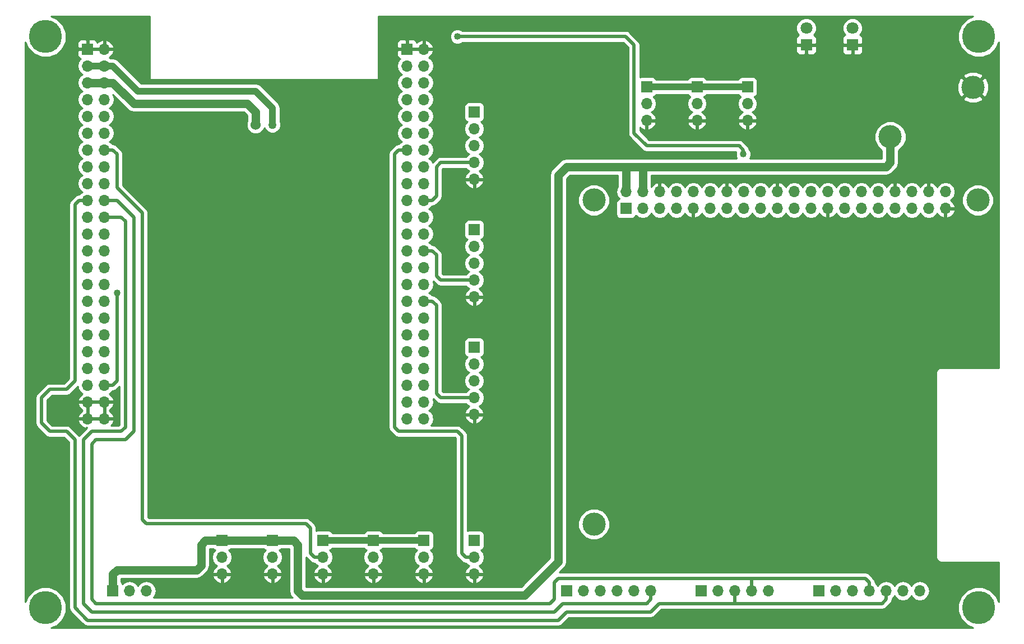
<source format=gbr>
G04 #@! TF.FileFunction,Copper,L2,Bot,Signal*
%FSLAX46Y46*%
G04 Gerber Fmt 4.6, Leading zero omitted, Abs format (unit mm)*
G04 Created by KiCad (PCBNEW 4.0.3-stable) date 05/01/17 14:40:03*
%MOMM*%
%LPD*%
G01*
G04 APERTURE LIST*
%ADD10C,0.100000*%
%ADD11C,1.524000*%
%ADD12R,1.700000X1.700000*%
%ADD13O,1.700000X1.700000*%
%ADD14R,1.800000X1.800000*%
%ADD15C,1.800000*%
%ADD16C,3.500000*%
%ADD17C,5.000000*%
%ADD18C,1.270000*%
%ADD19C,1.016000*%
%ADD20C,1.270000*%
%ADD21C,1.016000*%
%ADD22C,0.508000*%
%ADD23C,0.254000*%
G04 APERTURE END LIST*
D10*
D11*
X39370000Y-81915000D03*
X118110000Y-43180000D03*
D12*
X44450000Y-27305000D03*
D13*
X46990000Y-27305000D03*
X44450000Y-29845000D03*
X46990000Y-29845000D03*
X44450000Y-32385000D03*
X46990000Y-32385000D03*
X44450000Y-34925000D03*
X46990000Y-34925000D03*
X44450000Y-37465000D03*
X46990000Y-37465000D03*
X44450000Y-40005000D03*
X46990000Y-40005000D03*
X44450000Y-42545000D03*
X46990000Y-42545000D03*
X44450000Y-45085000D03*
X46990000Y-45085000D03*
X44450000Y-47625000D03*
X46990000Y-47625000D03*
X44450000Y-50165000D03*
X46990000Y-50165000D03*
X44450000Y-52705000D03*
X46990000Y-52705000D03*
X44450000Y-55245000D03*
X46990000Y-55245000D03*
X44450000Y-57785000D03*
X46990000Y-57785000D03*
X44450000Y-60325000D03*
X46990000Y-60325000D03*
X44450000Y-62865000D03*
X46990000Y-62865000D03*
X44450000Y-65405000D03*
X46990000Y-65405000D03*
X44450000Y-67945000D03*
X46990000Y-67945000D03*
X44450000Y-70485000D03*
X46990000Y-70485000D03*
X44450000Y-73025000D03*
X46990000Y-73025000D03*
X44450000Y-75565000D03*
X46990000Y-75565000D03*
X44450000Y-78105000D03*
X46990000Y-78105000D03*
X44450000Y-80645000D03*
X46990000Y-80645000D03*
X44450000Y-83185000D03*
X46990000Y-83185000D03*
D12*
X92710000Y-27305000D03*
D13*
X95250000Y-27305000D03*
X92710000Y-29845000D03*
X95250000Y-29845000D03*
X92710000Y-32385000D03*
X95250000Y-32385000D03*
X92710000Y-34925000D03*
X95250000Y-34925000D03*
X92710000Y-37465000D03*
X95250000Y-37465000D03*
X92710000Y-40005000D03*
X95250000Y-40005000D03*
X92710000Y-42545000D03*
X95250000Y-42545000D03*
X92710000Y-45085000D03*
X95250000Y-45085000D03*
X92710000Y-47625000D03*
X95250000Y-47625000D03*
X92710000Y-50165000D03*
X95250000Y-50165000D03*
X92710000Y-52705000D03*
X95250000Y-52705000D03*
X92710000Y-55245000D03*
X95250000Y-55245000D03*
X92710000Y-57785000D03*
X95250000Y-57785000D03*
X92710000Y-60325000D03*
X95250000Y-60325000D03*
X92710000Y-62865000D03*
X95250000Y-62865000D03*
X92710000Y-65405000D03*
X95250000Y-65405000D03*
X92710000Y-67945000D03*
X95250000Y-67945000D03*
X92710000Y-70485000D03*
X95250000Y-70485000D03*
X92710000Y-73025000D03*
X95250000Y-73025000D03*
X92710000Y-75565000D03*
X95250000Y-75565000D03*
X92710000Y-78105000D03*
X95250000Y-78105000D03*
X92710000Y-80645000D03*
X95250000Y-80645000D03*
X92710000Y-83185000D03*
X95250000Y-83185000D03*
D12*
X116840000Y-109220000D03*
D13*
X119380000Y-109220000D03*
X121920000Y-109220000D03*
X124460000Y-109220000D03*
X127000000Y-109220000D03*
X129540000Y-109220000D03*
D12*
X154940000Y-109220000D03*
D13*
X157480000Y-109220000D03*
X160020000Y-109220000D03*
X162560000Y-109220000D03*
X165100000Y-109220000D03*
X167640000Y-109220000D03*
X170180000Y-109220000D03*
D12*
X137160000Y-109220000D03*
D13*
X139700000Y-109220000D03*
X142240000Y-109220000D03*
X144780000Y-109220000D03*
X147320000Y-109220000D03*
D12*
X125806200Y-51422300D03*
D13*
X125806200Y-48882300D03*
X128346200Y-51422300D03*
X128346200Y-48882300D03*
X130886200Y-51422300D03*
X130886200Y-48882300D03*
X133426200Y-51422300D03*
X133426200Y-48882300D03*
X135966200Y-51422300D03*
X135966200Y-48882300D03*
X138506200Y-51422300D03*
X138506200Y-48882300D03*
X141046200Y-51422300D03*
X141046200Y-48882300D03*
X143586200Y-51422300D03*
X143586200Y-48882300D03*
X146126200Y-51422300D03*
X146126200Y-48882300D03*
X148666200Y-51422300D03*
X148666200Y-48882300D03*
X151206200Y-51422300D03*
X151206200Y-48882300D03*
X153746200Y-51422300D03*
X153746200Y-48882300D03*
X156286200Y-51422300D03*
X156286200Y-48882300D03*
X158826200Y-51422300D03*
X158826200Y-48882300D03*
X161366200Y-51422300D03*
X161366200Y-48882300D03*
X163906200Y-51422300D03*
X163906200Y-48882300D03*
X166446200Y-51422300D03*
X166446200Y-48882300D03*
X168986200Y-51422300D03*
X168986200Y-48882300D03*
X171526200Y-51422300D03*
X171526200Y-48882300D03*
X174066200Y-51422300D03*
X174066200Y-48882300D03*
D14*
X153035000Y-26670000D03*
D15*
X153035000Y-24130000D03*
D14*
X160020000Y-26670000D03*
D15*
X160020000Y-24130000D03*
D12*
X102870000Y-54610000D03*
D13*
X102870000Y-57150000D03*
X102870000Y-59690000D03*
X102870000Y-62230000D03*
X102870000Y-64770000D03*
D12*
X102870000Y-36830000D03*
D13*
X102870000Y-39370000D03*
X102870000Y-41910000D03*
X102870000Y-44450000D03*
X102870000Y-46990000D03*
D12*
X144145000Y-33020000D03*
D13*
X144145000Y-35560000D03*
X144145000Y-38100000D03*
D12*
X136525000Y-33020000D03*
D13*
X136525000Y-35560000D03*
X136525000Y-38100000D03*
D12*
X128905000Y-33020000D03*
D13*
X128905000Y-35560000D03*
X128905000Y-38100000D03*
D12*
X102870000Y-72390000D03*
D13*
X102870000Y-74930000D03*
X102870000Y-77470000D03*
X102870000Y-80010000D03*
X102870000Y-82550000D03*
D12*
X102870000Y-101600000D03*
D13*
X102870000Y-104140000D03*
X102870000Y-106680000D03*
D12*
X95250000Y-101600000D03*
D13*
X95250000Y-104140000D03*
X95250000Y-106680000D03*
D12*
X87630000Y-101600000D03*
D13*
X87630000Y-104140000D03*
X87630000Y-106680000D03*
D12*
X80010000Y-101600000D03*
D13*
X80010000Y-104140000D03*
X80010000Y-106680000D03*
D12*
X48260000Y-109220000D03*
D13*
X50800000Y-109220000D03*
X53340000Y-109220000D03*
D16*
X178230000Y-33080000D03*
X165730000Y-40580000D03*
D11*
X61595000Y-67945000D03*
X80645000Y-67945000D03*
X149860000Y-74930000D03*
X80645000Y-75565000D03*
X61595000Y-75565000D03*
X124460000Y-37465000D03*
D16*
X120950000Y-99150000D03*
X120950000Y-50150000D03*
X178950000Y-50150000D03*
D17*
X179070000Y-111760000D03*
X38100000Y-111760000D03*
X38100000Y-25400000D03*
X179070000Y-25400000D03*
D12*
X72390000Y-101600000D03*
D13*
X72390000Y-104140000D03*
X72390000Y-106680000D03*
D12*
X64770000Y-101600000D03*
D13*
X64770000Y-104140000D03*
X64770000Y-106680000D03*
D11*
X69850000Y-38735000D03*
D18*
X72390000Y-38735000D03*
D19*
X143510000Y-43180000D03*
X100330000Y-25400000D03*
X48895000Y-64135000D03*
D20*
X48895000Y-106045000D02*
X60960000Y-106045000D01*
X62230000Y-101600000D02*
X61595000Y-102235000D01*
X61595000Y-102235000D02*
X61595000Y-105410000D01*
X61595000Y-105410000D02*
X60960000Y-106045000D01*
X48895000Y-106045000D02*
X48260000Y-106680000D01*
X48260000Y-109220000D02*
X48260000Y-106680000D01*
X62230000Y-101600000D02*
X64770000Y-101600000D01*
X68580000Y-35560000D02*
X69850000Y-36830000D01*
X69850000Y-36830000D02*
X69850000Y-38735000D01*
X46990000Y-32385000D02*
X48260000Y-32385000D01*
X53975000Y-35560000D02*
X68580000Y-35560000D01*
X48260000Y-32385000D02*
X51435000Y-35560000D01*
X53975000Y-35560000D02*
X51435000Y-35560000D01*
X114300000Y-106045000D02*
X110490000Y-109855000D01*
X110490000Y-109855000D02*
X102235000Y-109855000D01*
X102235000Y-109855000D02*
X76835000Y-109855000D01*
X76835000Y-109855000D02*
X76200000Y-109220000D01*
X76200000Y-109220000D02*
X76200000Y-102235000D01*
X76200000Y-102235000D02*
X75565000Y-101600000D01*
X75565000Y-101600000D02*
X72390000Y-101600000D01*
X114300000Y-106045000D02*
X115570000Y-104775000D01*
X115570000Y-104775000D02*
X115570000Y-46355000D01*
X115570000Y-46355000D02*
X116840000Y-45085000D01*
X116840000Y-45085000D02*
X123825000Y-45085000D01*
X125730000Y-45085000D02*
X123825000Y-45085000D01*
X64770000Y-101600000D02*
X72390000Y-101600000D01*
X44450000Y-32385000D02*
X46990000Y-32385000D01*
X125806200Y-48882300D02*
X125806200Y-45085000D01*
X125806200Y-45085000D02*
X125730000Y-45085000D01*
X128346200Y-45085000D02*
X125730000Y-45085000D01*
X128346200Y-48882300D02*
X128346200Y-45085000D01*
X165730000Y-44455000D02*
X165100000Y-45085000D01*
X165100000Y-45085000D02*
X128270000Y-45085000D01*
X165730000Y-44455000D02*
X165730000Y-40580000D01*
X128346200Y-45085000D02*
X128270000Y-45085000D01*
D21*
X136525000Y-33020000D02*
X137795000Y-33020000D01*
X137795000Y-33020000D02*
X144145000Y-33020000D01*
X136525000Y-33020000D02*
X128905000Y-33020000D01*
X87630000Y-101600000D02*
X80010000Y-101600000D01*
X87630000Y-101600000D02*
X95250000Y-101600000D01*
X54610000Y-33655000D02*
X52070000Y-33655000D01*
X67310000Y-33655000D02*
X69850000Y-33655000D01*
X54610000Y-33655000D02*
X67310000Y-33655000D01*
X50800000Y-32385000D02*
X52070000Y-33655000D01*
X48260000Y-29845000D02*
X50800000Y-32385000D01*
X72390000Y-36195000D02*
X72390000Y-38735000D01*
X69850000Y-33655000D02*
X72390000Y-36195000D01*
X48260000Y-29845000D02*
X46990000Y-29845000D01*
X44450000Y-29845000D02*
X46990000Y-29845000D01*
D22*
X42545000Y-86360000D02*
X41275000Y-85090000D01*
X41275000Y-78740000D02*
X42545000Y-77470000D01*
X38735000Y-78740000D02*
X41275000Y-78740000D01*
X37465000Y-80010000D02*
X38735000Y-78740000D01*
X37465000Y-83820000D02*
X37465000Y-80010000D01*
X38735000Y-85090000D02*
X37465000Y-83820000D01*
X41275000Y-85090000D02*
X38735000Y-85090000D01*
X109855000Y-113665000D02*
X107315000Y-113665000D01*
X42545000Y-111760000D02*
X42545000Y-106680000D01*
X44450000Y-113665000D02*
X42545000Y-111760000D01*
X107315000Y-113665000D02*
X44450000Y-113665000D01*
X115570000Y-113665000D02*
X109855000Y-113665000D01*
X43180000Y-50165000D02*
X42545000Y-50800000D01*
X42545000Y-50800000D02*
X42545000Y-77470000D01*
X44450000Y-50165000D02*
X43180000Y-50165000D01*
X42545000Y-86360000D02*
X42545000Y-106680000D01*
X116840000Y-112395000D02*
X129540000Y-112395000D01*
X129540000Y-112395000D02*
X130810000Y-111125000D01*
X130810000Y-111125000D02*
X142240000Y-111125000D01*
X115570000Y-113665000D02*
X116840000Y-112395000D01*
X142240000Y-111125000D02*
X164465000Y-111125000D01*
X164465000Y-111125000D02*
X165100000Y-110490000D01*
X165100000Y-110490000D02*
X165100000Y-109220000D01*
X142240000Y-111125000D02*
X142240000Y-109220000D01*
X51435000Y-52705000D02*
X48895000Y-50165000D01*
X144780000Y-107315000D02*
X115570000Y-107315000D01*
X114935000Y-110490000D02*
X114300000Y-111125000D01*
X114935000Y-107950000D02*
X114935000Y-110490000D01*
X115570000Y-107315000D02*
X114935000Y-107950000D01*
X45720000Y-111125000D02*
X45085000Y-110490000D01*
X51435000Y-52705000D02*
X51435000Y-85090000D01*
X45085000Y-110490000D02*
X45085000Y-86995000D01*
X45085000Y-86995000D02*
X45720000Y-86360000D01*
X45720000Y-86360000D02*
X50165000Y-86360000D01*
X50165000Y-86360000D02*
X51435000Y-85090000D01*
X111760000Y-111125000D02*
X45720000Y-111125000D01*
X114300000Y-111125000D02*
X111760000Y-111125000D01*
X48895000Y-50165000D02*
X46990000Y-50165000D01*
X144780000Y-109220000D02*
X144780000Y-107315000D01*
X162560000Y-107950000D02*
X161925000Y-107315000D01*
X162560000Y-107950000D02*
X162560000Y-109220000D01*
X161925000Y-107315000D02*
X144780000Y-107315000D01*
X46990000Y-50165000D02*
X47625000Y-50165000D01*
X112395000Y-112395000D02*
X114935000Y-112395000D01*
X129540000Y-109220000D02*
X129540000Y-110490000D01*
X43815000Y-88265000D02*
X43815000Y-111125000D01*
X49530000Y-52705000D02*
X50165000Y-53340000D01*
X50165000Y-53340000D02*
X50165000Y-84455000D01*
X50165000Y-84455000D02*
X49530000Y-85090000D01*
X49530000Y-85090000D02*
X45085000Y-85090000D01*
X45085000Y-85090000D02*
X43815000Y-86360000D01*
X43815000Y-86360000D02*
X43815000Y-88265000D01*
X49530000Y-52705000D02*
X46990000Y-52705000D01*
X45085000Y-112395000D02*
X112395000Y-112395000D01*
X43815000Y-111125000D02*
X45085000Y-112395000D01*
X116205000Y-111125000D02*
X128905000Y-111125000D01*
X128905000Y-111125000D02*
X129540000Y-110490000D01*
X114935000Y-112395000D02*
X116205000Y-111125000D01*
X102870000Y-104140000D02*
X101600000Y-104140000D01*
X91440000Y-42545000D02*
X92710000Y-42545000D01*
X90805000Y-43180000D02*
X91440000Y-42545000D01*
X90805000Y-84455000D02*
X90805000Y-43180000D01*
X91440000Y-85090000D02*
X90805000Y-84455000D01*
X100330000Y-85090000D02*
X91440000Y-85090000D01*
X100965000Y-85725000D02*
X100330000Y-85090000D01*
X100965000Y-103505000D02*
X100965000Y-85725000D01*
X101600000Y-104140000D02*
X100965000Y-103505000D01*
X102870000Y-44450000D02*
X97790000Y-44450000D01*
X96520000Y-50165000D02*
X95250000Y-50165000D01*
X97155000Y-49530000D02*
X96520000Y-50165000D01*
X97155000Y-45085000D02*
X97155000Y-49530000D01*
X97790000Y-44450000D02*
X97155000Y-45085000D01*
X102870000Y-62230000D02*
X97790000Y-62230000D01*
X96520000Y-57785000D02*
X95250000Y-57785000D01*
X97155000Y-58420000D02*
X96520000Y-57785000D01*
X97155000Y-61595000D02*
X97155000Y-58420000D01*
X97790000Y-62230000D02*
X97155000Y-61595000D01*
X96520000Y-65405000D02*
X95250000Y-65405000D01*
X97155000Y-66040000D02*
X96520000Y-65405000D01*
X97155000Y-79375000D02*
X97155000Y-66040000D01*
X97790000Y-80010000D02*
X97155000Y-79375000D01*
X102870000Y-80010000D02*
X97790000Y-80010000D01*
X46990000Y-42545000D02*
X48260000Y-42545000D01*
X78740000Y-104140000D02*
X80010000Y-104140000D01*
X78105000Y-103505000D02*
X78740000Y-104140000D01*
X78105000Y-99695000D02*
X78105000Y-103505000D01*
X77470000Y-99060000D02*
X78105000Y-99695000D01*
X53340000Y-99060000D02*
X77470000Y-99060000D01*
X52705000Y-98425000D02*
X53340000Y-99060000D01*
X52705000Y-52070000D02*
X52705000Y-98425000D01*
X48895000Y-48260000D02*
X52705000Y-52070000D01*
X48895000Y-43180000D02*
X48895000Y-48260000D01*
X48260000Y-42545000D02*
X48895000Y-43180000D01*
X127000000Y-26670000D02*
X125730000Y-25400000D01*
X125730000Y-25400000D02*
X100330000Y-25400000D01*
X127000000Y-33020000D02*
X127000000Y-40005000D01*
X127000000Y-40005000D02*
X128905000Y-41910000D01*
X128905000Y-41910000D02*
X142875000Y-41910000D01*
X142875000Y-41910000D02*
X143510000Y-42545000D01*
X143510000Y-43180000D02*
X143510000Y-42545000D01*
X127000000Y-33020000D02*
X127000000Y-26670000D01*
X48260000Y-78105000D02*
X48895000Y-77470000D01*
X48895000Y-77470000D02*
X48895000Y-64135000D01*
X48260000Y-78105000D02*
X46990000Y-78105000D01*
D23*
G36*
X53848000Y-31750000D02*
X53858006Y-31799410D01*
X53886447Y-31841035D01*
X53928841Y-31868315D01*
X53975000Y-31877000D01*
X88265000Y-31877000D01*
X88314410Y-31866994D01*
X88356035Y-31838553D01*
X88383315Y-31796159D01*
X88392000Y-31750000D01*
X88392000Y-26328690D01*
X91225000Y-26328690D01*
X91225000Y-27019250D01*
X91383750Y-27178000D01*
X92583000Y-27178000D01*
X92583000Y-25978750D01*
X92837000Y-25978750D01*
X92837000Y-27178000D01*
X95123000Y-27178000D01*
X95123000Y-25984181D01*
X95377000Y-25984181D01*
X95377000Y-27178000D01*
X96570155Y-27178000D01*
X96691476Y-26948110D01*
X96521645Y-26538076D01*
X96131358Y-26109817D01*
X95606892Y-25863514D01*
X95377000Y-25984181D01*
X95123000Y-25984181D01*
X94893108Y-25863514D01*
X94368642Y-26109817D01*
X94186930Y-26309208D01*
X94098327Y-26095301D01*
X93919698Y-25916673D01*
X93686309Y-25820000D01*
X92995750Y-25820000D01*
X92837000Y-25978750D01*
X92583000Y-25978750D01*
X92424250Y-25820000D01*
X91733691Y-25820000D01*
X91500302Y-25916673D01*
X91321673Y-26095301D01*
X91225000Y-26328690D01*
X88392000Y-26328690D01*
X88392000Y-22352000D01*
X178237275Y-22352000D01*
X177296485Y-22740727D01*
X176413826Y-23621847D01*
X175935546Y-24773674D01*
X175934457Y-26020854D01*
X176410727Y-27173515D01*
X177291847Y-28056174D01*
X178443674Y-28534454D01*
X179690854Y-28535543D01*
X180843515Y-28059273D01*
X181726174Y-27178153D01*
X182118000Y-26234531D01*
X182118000Y-75490000D01*
X173355000Y-75490000D01*
X173083295Y-75544046D01*
X172852954Y-75697954D01*
X172699046Y-75928295D01*
X172645000Y-76200000D01*
X172645000Y-104140000D01*
X172699046Y-104411705D01*
X172852954Y-104642046D01*
X173083295Y-104795954D01*
X173355000Y-104850000D01*
X182118000Y-104850000D01*
X182118000Y-110927275D01*
X181729273Y-109986485D01*
X180848153Y-109103826D01*
X179696326Y-108625546D01*
X178449146Y-108624457D01*
X177296485Y-109100727D01*
X176413826Y-109981847D01*
X175935546Y-111133674D01*
X175934457Y-112380854D01*
X176410727Y-113533515D01*
X177291847Y-114416174D01*
X178235469Y-114808000D01*
X38932725Y-114808000D01*
X39873515Y-114419273D01*
X40756174Y-113538153D01*
X41234454Y-112386326D01*
X41235543Y-111139146D01*
X40759273Y-109986485D01*
X39878153Y-109103826D01*
X38726326Y-108625546D01*
X37479146Y-108624457D01*
X36326485Y-109100727D01*
X35443826Y-109981847D01*
X35052000Y-110925469D01*
X35052000Y-80010000D01*
X36576000Y-80010000D01*
X36576000Y-83820000D01*
X36643671Y-84160206D01*
X36790655Y-84380183D01*
X36836382Y-84448618D01*
X38106382Y-85718618D01*
X38394794Y-85911329D01*
X38735000Y-85979000D01*
X40906764Y-85979000D01*
X41656000Y-86728236D01*
X41656000Y-111760000D01*
X41723671Y-112100206D01*
X41911194Y-112380854D01*
X41916382Y-112388618D01*
X43821382Y-114293618D01*
X44109794Y-114486329D01*
X44450000Y-114554000D01*
X115570000Y-114554000D01*
X115910206Y-114486329D01*
X116198618Y-114293618D01*
X117208236Y-113284000D01*
X129540000Y-113284000D01*
X129880206Y-113216329D01*
X130168618Y-113023618D01*
X131178236Y-112014000D01*
X164465000Y-112014000D01*
X164805206Y-111946329D01*
X165093618Y-111753618D01*
X165728618Y-111118618D01*
X165921330Y-110830205D01*
X165989000Y-110490000D01*
X165989000Y-110406760D01*
X166150054Y-110299147D01*
X166370000Y-109969974D01*
X166589946Y-110299147D01*
X167071715Y-110621054D01*
X167640000Y-110734093D01*
X168208285Y-110621054D01*
X168690054Y-110299147D01*
X168910000Y-109969974D01*
X169129946Y-110299147D01*
X169611715Y-110621054D01*
X170180000Y-110734093D01*
X170748285Y-110621054D01*
X171230054Y-110299147D01*
X171551961Y-109817378D01*
X171665000Y-109249093D01*
X171665000Y-109190907D01*
X171551961Y-108622622D01*
X171230054Y-108140853D01*
X170748285Y-107818946D01*
X170180000Y-107705907D01*
X169611715Y-107818946D01*
X169129946Y-108140853D01*
X168910000Y-108470026D01*
X168690054Y-108140853D01*
X168208285Y-107818946D01*
X167640000Y-107705907D01*
X167071715Y-107818946D01*
X166589946Y-108140853D01*
X166370000Y-108470026D01*
X166150054Y-108140853D01*
X165668285Y-107818946D01*
X165100000Y-107705907D01*
X164531715Y-107818946D01*
X164049946Y-108140853D01*
X163830000Y-108470026D01*
X163610054Y-108140853D01*
X163449000Y-108033240D01*
X163449000Y-107950000D01*
X163422932Y-107818946D01*
X163381330Y-107609795D01*
X163188618Y-107321382D01*
X162553618Y-106686382D01*
X162544067Y-106680000D01*
X162265206Y-106493671D01*
X161925000Y-106426000D01*
X115715052Y-106426000D01*
X116468023Y-105673028D01*
X116468026Y-105673026D01*
X116743327Y-105261008D01*
X116840000Y-104775000D01*
X116840000Y-99622325D01*
X118564587Y-99622325D01*
X118926916Y-100499229D01*
X119597242Y-101170726D01*
X120473513Y-101534585D01*
X121422325Y-101535413D01*
X122299229Y-101173084D01*
X122970726Y-100502758D01*
X123334585Y-99626487D01*
X123335413Y-98677675D01*
X122973084Y-97800771D01*
X122302758Y-97129274D01*
X121426487Y-96765415D01*
X120477675Y-96764587D01*
X119600771Y-97126916D01*
X118929274Y-97797242D01*
X118565415Y-98673513D01*
X118564587Y-99622325D01*
X116840000Y-99622325D01*
X116840000Y-50622325D01*
X118564587Y-50622325D01*
X118926916Y-51499229D01*
X119597242Y-52170726D01*
X120473513Y-52534585D01*
X121422325Y-52535413D01*
X122299229Y-52173084D01*
X122970726Y-51502758D01*
X123334585Y-50626487D01*
X123335413Y-49677675D01*
X122973084Y-48800771D01*
X122302758Y-48129274D01*
X121426487Y-47765415D01*
X120477675Y-47764587D01*
X119600771Y-48126916D01*
X118929274Y-48797242D01*
X118565415Y-49673513D01*
X118564587Y-50622325D01*
X116840000Y-50622325D01*
X116840000Y-46881052D01*
X117366051Y-46355000D01*
X124536200Y-46355000D01*
X124536200Y-48132326D01*
X124434239Y-48284922D01*
X124321200Y-48853207D01*
X124321200Y-48911393D01*
X124434239Y-49479678D01*
X124756146Y-49961447D01*
X124757379Y-49962271D01*
X124720883Y-49969138D01*
X124504759Y-50108210D01*
X124359769Y-50320410D01*
X124308760Y-50572300D01*
X124308760Y-52272300D01*
X124353038Y-52507617D01*
X124492110Y-52723741D01*
X124704310Y-52868731D01*
X124956200Y-52919740D01*
X126656200Y-52919740D01*
X126891517Y-52875462D01*
X127107641Y-52736390D01*
X127252631Y-52524190D01*
X127266286Y-52456759D01*
X127296146Y-52501447D01*
X127777915Y-52823354D01*
X128346200Y-52936393D01*
X128914485Y-52823354D01*
X129396254Y-52501447D01*
X129616200Y-52172274D01*
X129836146Y-52501447D01*
X130317915Y-52823354D01*
X130886200Y-52936393D01*
X131454485Y-52823354D01*
X131936254Y-52501447D01*
X132156200Y-52172274D01*
X132376146Y-52501447D01*
X132857915Y-52823354D01*
X133426200Y-52936393D01*
X133994485Y-52823354D01*
X134476254Y-52501447D01*
X134703902Y-52160747D01*
X134771017Y-52303658D01*
X135199276Y-52693945D01*
X135609310Y-52863776D01*
X135839200Y-52742455D01*
X135839200Y-51549300D01*
X135819200Y-51549300D01*
X135819200Y-51295300D01*
X135839200Y-51295300D01*
X135839200Y-51275300D01*
X136093200Y-51275300D01*
X136093200Y-51295300D01*
X136113200Y-51295300D01*
X136113200Y-51549300D01*
X136093200Y-51549300D01*
X136093200Y-52742455D01*
X136323090Y-52863776D01*
X136733124Y-52693945D01*
X137161383Y-52303658D01*
X137228498Y-52160747D01*
X137456146Y-52501447D01*
X137937915Y-52823354D01*
X138506200Y-52936393D01*
X139074485Y-52823354D01*
X139556254Y-52501447D01*
X139776200Y-52172274D01*
X139996146Y-52501447D01*
X140477915Y-52823354D01*
X141046200Y-52936393D01*
X141614485Y-52823354D01*
X142096254Y-52501447D01*
X142316200Y-52172274D01*
X142536146Y-52501447D01*
X143017915Y-52823354D01*
X143586200Y-52936393D01*
X144154485Y-52823354D01*
X144636254Y-52501447D01*
X144856200Y-52172274D01*
X145076146Y-52501447D01*
X145557915Y-52823354D01*
X146126200Y-52936393D01*
X146694485Y-52823354D01*
X147176254Y-52501447D01*
X147396200Y-52172274D01*
X147616146Y-52501447D01*
X148097915Y-52823354D01*
X148666200Y-52936393D01*
X149234485Y-52823354D01*
X149716254Y-52501447D01*
X149936200Y-52172274D01*
X150156146Y-52501447D01*
X150637915Y-52823354D01*
X151206200Y-52936393D01*
X151774485Y-52823354D01*
X152256254Y-52501447D01*
X152476200Y-52172274D01*
X152696146Y-52501447D01*
X153177915Y-52823354D01*
X153746200Y-52936393D01*
X154314485Y-52823354D01*
X154796254Y-52501447D01*
X155023902Y-52160747D01*
X155091017Y-52303658D01*
X155519276Y-52693945D01*
X155929310Y-52863776D01*
X156159200Y-52742455D01*
X156159200Y-51549300D01*
X156139200Y-51549300D01*
X156139200Y-51295300D01*
X156159200Y-51295300D01*
X156159200Y-51275300D01*
X156413200Y-51275300D01*
X156413200Y-51295300D01*
X156433200Y-51295300D01*
X156433200Y-51549300D01*
X156413200Y-51549300D01*
X156413200Y-52742455D01*
X156643090Y-52863776D01*
X157053124Y-52693945D01*
X157481383Y-52303658D01*
X157548498Y-52160747D01*
X157776146Y-52501447D01*
X158257915Y-52823354D01*
X158826200Y-52936393D01*
X159394485Y-52823354D01*
X159876254Y-52501447D01*
X160096200Y-52172274D01*
X160316146Y-52501447D01*
X160797915Y-52823354D01*
X161366200Y-52936393D01*
X161934485Y-52823354D01*
X162416254Y-52501447D01*
X162636200Y-52172274D01*
X162856146Y-52501447D01*
X163337915Y-52823354D01*
X163906200Y-52936393D01*
X164474485Y-52823354D01*
X164956254Y-52501447D01*
X165176200Y-52172274D01*
X165396146Y-52501447D01*
X165877915Y-52823354D01*
X166446200Y-52936393D01*
X167014485Y-52823354D01*
X167496254Y-52501447D01*
X167716200Y-52172274D01*
X167936146Y-52501447D01*
X168417915Y-52823354D01*
X168986200Y-52936393D01*
X169554485Y-52823354D01*
X170036254Y-52501447D01*
X170256200Y-52172274D01*
X170476146Y-52501447D01*
X170957915Y-52823354D01*
X171526200Y-52936393D01*
X172094485Y-52823354D01*
X172576254Y-52501447D01*
X172803902Y-52160747D01*
X172871017Y-52303658D01*
X173299276Y-52693945D01*
X173709310Y-52863776D01*
X173939200Y-52742455D01*
X173939200Y-51549300D01*
X174193200Y-51549300D01*
X174193200Y-52742455D01*
X174423090Y-52863776D01*
X174833124Y-52693945D01*
X175261383Y-52303658D01*
X175507686Y-51779192D01*
X175387019Y-51549300D01*
X174193200Y-51549300D01*
X173939200Y-51549300D01*
X173919200Y-51549300D01*
X173919200Y-51295300D01*
X173939200Y-51295300D01*
X173939200Y-51275300D01*
X174193200Y-51275300D01*
X174193200Y-51295300D01*
X175387019Y-51295300D01*
X175507686Y-51065408D01*
X175299603Y-50622325D01*
X176564587Y-50622325D01*
X176926916Y-51499229D01*
X177597242Y-52170726D01*
X178473513Y-52534585D01*
X179422325Y-52535413D01*
X180299229Y-52173084D01*
X180970726Y-51502758D01*
X181334585Y-50626487D01*
X181335413Y-49677675D01*
X180973084Y-48800771D01*
X180302758Y-48129274D01*
X179426487Y-47765415D01*
X178477675Y-47764587D01*
X177600771Y-48126916D01*
X176929274Y-48797242D01*
X176565415Y-49673513D01*
X176564587Y-50622325D01*
X175299603Y-50622325D01*
X175261383Y-50540942D01*
X174833124Y-50150655D01*
X174833099Y-50150645D01*
X175116254Y-49961447D01*
X175438161Y-49479678D01*
X175551200Y-48911393D01*
X175551200Y-48853207D01*
X175438161Y-48284922D01*
X175116254Y-47803153D01*
X174634485Y-47481246D01*
X174066200Y-47368207D01*
X173497915Y-47481246D01*
X173016146Y-47803153D01*
X172788498Y-48143853D01*
X172721383Y-48000942D01*
X172293124Y-47610655D01*
X171883090Y-47440824D01*
X171653200Y-47562145D01*
X171653200Y-48755300D01*
X171673200Y-48755300D01*
X171673200Y-49009300D01*
X171653200Y-49009300D01*
X171653200Y-49029300D01*
X171399200Y-49029300D01*
X171399200Y-49009300D01*
X171379200Y-49009300D01*
X171379200Y-48755300D01*
X171399200Y-48755300D01*
X171399200Y-47562145D01*
X171169310Y-47440824D01*
X170759276Y-47610655D01*
X170331017Y-48000942D01*
X170263902Y-48143853D01*
X170036254Y-47803153D01*
X169554485Y-47481246D01*
X168986200Y-47368207D01*
X168417915Y-47481246D01*
X167936146Y-47803153D01*
X167708498Y-48143853D01*
X167641383Y-48000942D01*
X167213124Y-47610655D01*
X166803090Y-47440824D01*
X166573200Y-47562145D01*
X166573200Y-48755300D01*
X166593200Y-48755300D01*
X166593200Y-49009300D01*
X166573200Y-49009300D01*
X166573200Y-49029300D01*
X166319200Y-49029300D01*
X166319200Y-49009300D01*
X166299200Y-49009300D01*
X166299200Y-48755300D01*
X166319200Y-48755300D01*
X166319200Y-47562145D01*
X166089310Y-47440824D01*
X165679276Y-47610655D01*
X165251017Y-48000942D01*
X165183902Y-48143853D01*
X164956254Y-47803153D01*
X164474485Y-47481246D01*
X163906200Y-47368207D01*
X163337915Y-47481246D01*
X162856146Y-47803153D01*
X162636200Y-48132326D01*
X162416254Y-47803153D01*
X161934485Y-47481246D01*
X161366200Y-47368207D01*
X160797915Y-47481246D01*
X160316146Y-47803153D01*
X160096200Y-48132326D01*
X159876254Y-47803153D01*
X159394485Y-47481246D01*
X158826200Y-47368207D01*
X158257915Y-47481246D01*
X157776146Y-47803153D01*
X157556200Y-48132326D01*
X157336254Y-47803153D01*
X156854485Y-47481246D01*
X156286200Y-47368207D01*
X155717915Y-47481246D01*
X155236146Y-47803153D01*
X155016200Y-48132326D01*
X154796254Y-47803153D01*
X154314485Y-47481246D01*
X153746200Y-47368207D01*
X153177915Y-47481246D01*
X152696146Y-47803153D01*
X152476200Y-48132326D01*
X152256254Y-47803153D01*
X151774485Y-47481246D01*
X151206200Y-47368207D01*
X150637915Y-47481246D01*
X150156146Y-47803153D01*
X149928498Y-48143853D01*
X149861383Y-48000942D01*
X149433124Y-47610655D01*
X149023090Y-47440824D01*
X148793200Y-47562145D01*
X148793200Y-48755300D01*
X148813200Y-48755300D01*
X148813200Y-49009300D01*
X148793200Y-49009300D01*
X148793200Y-49029300D01*
X148539200Y-49029300D01*
X148539200Y-49009300D01*
X148519200Y-49009300D01*
X148519200Y-48755300D01*
X148539200Y-48755300D01*
X148539200Y-47562145D01*
X148309310Y-47440824D01*
X147899276Y-47610655D01*
X147471017Y-48000942D01*
X147403902Y-48143853D01*
X147176254Y-47803153D01*
X146694485Y-47481246D01*
X146126200Y-47368207D01*
X145557915Y-47481246D01*
X145076146Y-47803153D01*
X144856200Y-48132326D01*
X144636254Y-47803153D01*
X144154485Y-47481246D01*
X143586200Y-47368207D01*
X143017915Y-47481246D01*
X142536146Y-47803153D01*
X142308498Y-48143853D01*
X142241383Y-48000942D01*
X141813124Y-47610655D01*
X141403090Y-47440824D01*
X141173200Y-47562145D01*
X141173200Y-48755300D01*
X141193200Y-48755300D01*
X141193200Y-49009300D01*
X141173200Y-49009300D01*
X141173200Y-49029300D01*
X140919200Y-49029300D01*
X140919200Y-49009300D01*
X140899200Y-49009300D01*
X140899200Y-48755300D01*
X140919200Y-48755300D01*
X140919200Y-47562145D01*
X140689310Y-47440824D01*
X140279276Y-47610655D01*
X139851017Y-48000942D01*
X139783902Y-48143853D01*
X139556254Y-47803153D01*
X139074485Y-47481246D01*
X138506200Y-47368207D01*
X137937915Y-47481246D01*
X137456146Y-47803153D01*
X137236200Y-48132326D01*
X137016254Y-47803153D01*
X136534485Y-47481246D01*
X135966200Y-47368207D01*
X135397915Y-47481246D01*
X134916146Y-47803153D01*
X134696200Y-48132326D01*
X134476254Y-47803153D01*
X133994485Y-47481246D01*
X133426200Y-47368207D01*
X132857915Y-47481246D01*
X132376146Y-47803153D01*
X132148498Y-48143853D01*
X132081383Y-48000942D01*
X131653124Y-47610655D01*
X131243090Y-47440824D01*
X131013200Y-47562145D01*
X131013200Y-48755300D01*
X131033200Y-48755300D01*
X131033200Y-49009300D01*
X131013200Y-49009300D01*
X131013200Y-49029300D01*
X130759200Y-49029300D01*
X130759200Y-49009300D01*
X130739200Y-49009300D01*
X130739200Y-48755300D01*
X130759200Y-48755300D01*
X130759200Y-47562145D01*
X130529310Y-47440824D01*
X130119276Y-47610655D01*
X129691017Y-48000942D01*
X129623902Y-48143853D01*
X129616200Y-48132326D01*
X129616200Y-46355000D01*
X165099995Y-46355000D01*
X165100000Y-46355001D01*
X165586008Y-46258327D01*
X165998026Y-45983026D01*
X166628023Y-45353028D01*
X166628026Y-45353026D01*
X166903327Y-44941008D01*
X167000001Y-44455000D01*
X167000000Y-44454995D01*
X167000000Y-42635821D01*
X167079229Y-42603084D01*
X167750726Y-41932758D01*
X168114585Y-41056487D01*
X168115413Y-40107675D01*
X167753084Y-39230771D01*
X167082758Y-38559274D01*
X166206487Y-38195415D01*
X165257675Y-38194587D01*
X164380771Y-38556916D01*
X163709274Y-39227242D01*
X163345415Y-40103513D01*
X163344587Y-41052325D01*
X163706916Y-41929229D01*
X164377242Y-42600726D01*
X164460000Y-42635090D01*
X164460000Y-43815000D01*
X144483947Y-43815000D01*
X144652801Y-43408354D01*
X144653198Y-42953641D01*
X144479554Y-42533388D01*
X144376070Y-42429724D01*
X144361937Y-42358671D01*
X144331330Y-42204795D01*
X144138618Y-41916382D01*
X143503618Y-41281382D01*
X143341471Y-41173039D01*
X143215206Y-41088671D01*
X142875000Y-41021000D01*
X129273236Y-41021000D01*
X127889000Y-39636764D01*
X127889000Y-39147441D01*
X128023642Y-39295183D01*
X128548108Y-39541486D01*
X128778000Y-39420819D01*
X128778000Y-38227000D01*
X129032000Y-38227000D01*
X129032000Y-39420819D01*
X129261892Y-39541486D01*
X129786358Y-39295183D01*
X130176645Y-38866924D01*
X130346476Y-38456890D01*
X135083524Y-38456890D01*
X135253355Y-38866924D01*
X135643642Y-39295183D01*
X136168108Y-39541486D01*
X136398000Y-39420819D01*
X136398000Y-38227000D01*
X136652000Y-38227000D01*
X136652000Y-39420819D01*
X136881892Y-39541486D01*
X137406358Y-39295183D01*
X137796645Y-38866924D01*
X137966476Y-38456890D01*
X142703524Y-38456890D01*
X142873355Y-38866924D01*
X143263642Y-39295183D01*
X143788108Y-39541486D01*
X144018000Y-39420819D01*
X144018000Y-38227000D01*
X144272000Y-38227000D01*
X144272000Y-39420819D01*
X144501892Y-39541486D01*
X145026358Y-39295183D01*
X145416645Y-38866924D01*
X145586476Y-38456890D01*
X145465155Y-38227000D01*
X144272000Y-38227000D01*
X144018000Y-38227000D01*
X142824845Y-38227000D01*
X142703524Y-38456890D01*
X137966476Y-38456890D01*
X137845155Y-38227000D01*
X136652000Y-38227000D01*
X136398000Y-38227000D01*
X135204845Y-38227000D01*
X135083524Y-38456890D01*
X130346476Y-38456890D01*
X130225155Y-38227000D01*
X129032000Y-38227000D01*
X128778000Y-38227000D01*
X128758000Y-38227000D01*
X128758000Y-37973000D01*
X128778000Y-37973000D01*
X128778000Y-37953000D01*
X129032000Y-37953000D01*
X129032000Y-37973000D01*
X130225155Y-37973000D01*
X130346476Y-37743110D01*
X130176645Y-37333076D01*
X129786358Y-36904817D01*
X129643447Y-36837702D01*
X129984147Y-36610054D01*
X130306054Y-36128285D01*
X130419093Y-35560000D01*
X130306054Y-34991715D01*
X129984147Y-34509946D01*
X129942548Y-34482150D01*
X129990317Y-34473162D01*
X130206441Y-34334090D01*
X130323342Y-34163000D01*
X135108956Y-34163000D01*
X135210910Y-34321441D01*
X135423110Y-34466431D01*
X135490541Y-34480086D01*
X135445853Y-34509946D01*
X135123946Y-34991715D01*
X135010907Y-35560000D01*
X135123946Y-36128285D01*
X135445853Y-36610054D01*
X135786553Y-36837702D01*
X135643642Y-36904817D01*
X135253355Y-37333076D01*
X135083524Y-37743110D01*
X135204845Y-37973000D01*
X136398000Y-37973000D01*
X136398000Y-37953000D01*
X136652000Y-37953000D01*
X136652000Y-37973000D01*
X137845155Y-37973000D01*
X137966476Y-37743110D01*
X137796645Y-37333076D01*
X137406358Y-36904817D01*
X137263447Y-36837702D01*
X137604147Y-36610054D01*
X137926054Y-36128285D01*
X138039093Y-35560000D01*
X137926054Y-34991715D01*
X137604147Y-34509946D01*
X137562548Y-34482150D01*
X137610317Y-34473162D01*
X137826441Y-34334090D01*
X137943342Y-34163000D01*
X142728956Y-34163000D01*
X142830910Y-34321441D01*
X143043110Y-34466431D01*
X143110541Y-34480086D01*
X143065853Y-34509946D01*
X142743946Y-34991715D01*
X142630907Y-35560000D01*
X142743946Y-36128285D01*
X143065853Y-36610054D01*
X143406553Y-36837702D01*
X143263642Y-36904817D01*
X142873355Y-37333076D01*
X142703524Y-37743110D01*
X142824845Y-37973000D01*
X144018000Y-37973000D01*
X144018000Y-37953000D01*
X144272000Y-37953000D01*
X144272000Y-37973000D01*
X145465155Y-37973000D01*
X145586476Y-37743110D01*
X145416645Y-37333076D01*
X145026358Y-36904817D01*
X144883447Y-36837702D01*
X145224147Y-36610054D01*
X145546054Y-36128285D01*
X145659093Y-35560000D01*
X145546054Y-34991715D01*
X145400935Y-34774528D01*
X176715077Y-34774528D01*
X176905364Y-35119271D01*
X177786591Y-35470956D01*
X178735323Y-35458641D01*
X179554636Y-35119271D01*
X179744923Y-34774528D01*
X178230000Y-33259605D01*
X176715077Y-34774528D01*
X145400935Y-34774528D01*
X145224147Y-34509946D01*
X145182548Y-34482150D01*
X145230317Y-34473162D01*
X145446441Y-34334090D01*
X145591431Y-34121890D01*
X145642440Y-33870000D01*
X145642440Y-32636591D01*
X175839044Y-32636591D01*
X175851359Y-33585323D01*
X176190729Y-34404636D01*
X176535472Y-34594923D01*
X178050395Y-33080000D01*
X178409605Y-33080000D01*
X179924528Y-34594923D01*
X180269271Y-34404636D01*
X180620956Y-33523409D01*
X180608641Y-32574677D01*
X180269271Y-31755364D01*
X179924528Y-31565077D01*
X178409605Y-33080000D01*
X178050395Y-33080000D01*
X176535472Y-31565077D01*
X176190729Y-31755364D01*
X175839044Y-32636591D01*
X145642440Y-32636591D01*
X145642440Y-32170000D01*
X145598162Y-31934683D01*
X145459090Y-31718559D01*
X145246890Y-31573569D01*
X144995000Y-31522560D01*
X143295000Y-31522560D01*
X143059683Y-31566838D01*
X142843559Y-31705910D01*
X142726658Y-31877000D01*
X137941044Y-31877000D01*
X137839090Y-31718559D01*
X137626890Y-31573569D01*
X137375000Y-31522560D01*
X135675000Y-31522560D01*
X135439683Y-31566838D01*
X135223559Y-31705910D01*
X135106658Y-31877000D01*
X130321044Y-31877000D01*
X130219090Y-31718559D01*
X130006890Y-31573569D01*
X129755000Y-31522560D01*
X128055000Y-31522560D01*
X127889000Y-31553795D01*
X127889000Y-31385472D01*
X176715077Y-31385472D01*
X178230000Y-32900395D01*
X179744923Y-31385472D01*
X179554636Y-31040729D01*
X178673409Y-30689044D01*
X177724677Y-30701359D01*
X176905364Y-31040729D01*
X176715077Y-31385472D01*
X127889000Y-31385472D01*
X127889000Y-26955750D01*
X151500000Y-26955750D01*
X151500000Y-27696309D01*
X151596673Y-27929698D01*
X151775301Y-28108327D01*
X152008690Y-28205000D01*
X152749250Y-28205000D01*
X152908000Y-28046250D01*
X152908000Y-26797000D01*
X153162000Y-26797000D01*
X153162000Y-28046250D01*
X153320750Y-28205000D01*
X154061310Y-28205000D01*
X154294699Y-28108327D01*
X154473327Y-27929698D01*
X154570000Y-27696309D01*
X154570000Y-26955750D01*
X158485000Y-26955750D01*
X158485000Y-27696309D01*
X158581673Y-27929698D01*
X158760301Y-28108327D01*
X158993690Y-28205000D01*
X159734250Y-28205000D01*
X159893000Y-28046250D01*
X159893000Y-26797000D01*
X160147000Y-26797000D01*
X160147000Y-28046250D01*
X160305750Y-28205000D01*
X161046310Y-28205000D01*
X161279699Y-28108327D01*
X161458327Y-27929698D01*
X161555000Y-27696309D01*
X161555000Y-26955750D01*
X161396250Y-26797000D01*
X160147000Y-26797000D01*
X159893000Y-26797000D01*
X158643750Y-26797000D01*
X158485000Y-26955750D01*
X154570000Y-26955750D01*
X154411250Y-26797000D01*
X153162000Y-26797000D01*
X152908000Y-26797000D01*
X151658750Y-26797000D01*
X151500000Y-26955750D01*
X127889000Y-26955750D01*
X127889000Y-26670000D01*
X127821329Y-26329794D01*
X127628618Y-26041382D01*
X126358618Y-24771382D01*
X126329157Y-24751697D01*
X126070206Y-24578671D01*
X125730000Y-24511000D01*
X101057588Y-24511000D01*
X100980713Y-24433991D01*
X151499735Y-24433991D01*
X151732932Y-24998371D01*
X151910092Y-25175841D01*
X151775301Y-25231673D01*
X151596673Y-25410302D01*
X151500000Y-25643691D01*
X151500000Y-26384250D01*
X151658750Y-26543000D01*
X152908000Y-26543000D01*
X152908000Y-26523000D01*
X153162000Y-26523000D01*
X153162000Y-26543000D01*
X154411250Y-26543000D01*
X154570000Y-26384250D01*
X154570000Y-25643691D01*
X154473327Y-25410302D01*
X154294699Y-25231673D01*
X154160006Y-25175881D01*
X154335551Y-25000643D01*
X154569733Y-24436670D01*
X154569735Y-24433991D01*
X158484735Y-24433991D01*
X158717932Y-24998371D01*
X158895092Y-25175841D01*
X158760301Y-25231673D01*
X158581673Y-25410302D01*
X158485000Y-25643691D01*
X158485000Y-26384250D01*
X158643750Y-26543000D01*
X159893000Y-26543000D01*
X159893000Y-26523000D01*
X160147000Y-26523000D01*
X160147000Y-26543000D01*
X161396250Y-26543000D01*
X161555000Y-26384250D01*
X161555000Y-25643691D01*
X161458327Y-25410302D01*
X161279699Y-25231673D01*
X161145006Y-25175881D01*
X161320551Y-25000643D01*
X161554733Y-24436670D01*
X161555265Y-23826009D01*
X161322068Y-23261629D01*
X160890643Y-22829449D01*
X160326670Y-22595267D01*
X159716009Y-22594735D01*
X159151629Y-22827932D01*
X158719449Y-23259357D01*
X158485267Y-23823330D01*
X158484735Y-24433991D01*
X154569735Y-24433991D01*
X154570265Y-23826009D01*
X154337068Y-23261629D01*
X153905643Y-22829449D01*
X153341670Y-22595267D01*
X152731009Y-22594735D01*
X152166629Y-22827932D01*
X151734449Y-23259357D01*
X151500267Y-23823330D01*
X151499735Y-24433991D01*
X100980713Y-24433991D01*
X100978303Y-24431577D01*
X100558354Y-24257199D01*
X100103641Y-24256802D01*
X99683388Y-24430446D01*
X99361577Y-24751697D01*
X99187199Y-25171646D01*
X99186802Y-25626359D01*
X99360446Y-26046612D01*
X99681697Y-26368423D01*
X100101646Y-26542801D01*
X100556359Y-26543198D01*
X100976612Y-26369554D01*
X101057306Y-26289000D01*
X125361764Y-26289000D01*
X126111000Y-27038236D01*
X126111000Y-40005000D01*
X126178671Y-40345206D01*
X126228683Y-40420054D01*
X126371382Y-40633618D01*
X128276382Y-42538618D01*
X128564794Y-42731329D01*
X128905000Y-42799000D01*
X142430583Y-42799000D01*
X142367199Y-42951646D01*
X142366802Y-43406359D01*
X142535648Y-43815000D01*
X116840000Y-43815000D01*
X116353992Y-43911673D01*
X115941974Y-44186974D01*
X115941972Y-44186977D01*
X114671974Y-45456974D01*
X114396673Y-45868992D01*
X114299999Y-46355000D01*
X114300000Y-46355005D01*
X114300000Y-104248949D01*
X113401974Y-105146974D01*
X113401972Y-105146977D01*
X109963948Y-108585000D01*
X77470000Y-108585000D01*
X77470000Y-107036890D01*
X78568524Y-107036890D01*
X78738355Y-107446924D01*
X79128642Y-107875183D01*
X79653108Y-108121486D01*
X79883000Y-108000819D01*
X79883000Y-106807000D01*
X80137000Y-106807000D01*
X80137000Y-108000819D01*
X80366892Y-108121486D01*
X80891358Y-107875183D01*
X81281645Y-107446924D01*
X81451476Y-107036890D01*
X86188524Y-107036890D01*
X86358355Y-107446924D01*
X86748642Y-107875183D01*
X87273108Y-108121486D01*
X87503000Y-108000819D01*
X87503000Y-106807000D01*
X87757000Y-106807000D01*
X87757000Y-108000819D01*
X87986892Y-108121486D01*
X88511358Y-107875183D01*
X88901645Y-107446924D01*
X89071476Y-107036890D01*
X93808524Y-107036890D01*
X93978355Y-107446924D01*
X94368642Y-107875183D01*
X94893108Y-108121486D01*
X95123000Y-108000819D01*
X95123000Y-106807000D01*
X95377000Y-106807000D01*
X95377000Y-108000819D01*
X95606892Y-108121486D01*
X96131358Y-107875183D01*
X96521645Y-107446924D01*
X96691476Y-107036890D01*
X101428524Y-107036890D01*
X101598355Y-107446924D01*
X101988642Y-107875183D01*
X102513108Y-108121486D01*
X102743000Y-108000819D01*
X102743000Y-106807000D01*
X102997000Y-106807000D01*
X102997000Y-108000819D01*
X103226892Y-108121486D01*
X103751358Y-107875183D01*
X104141645Y-107446924D01*
X104311476Y-107036890D01*
X104190155Y-106807000D01*
X102997000Y-106807000D01*
X102743000Y-106807000D01*
X101549845Y-106807000D01*
X101428524Y-107036890D01*
X96691476Y-107036890D01*
X96570155Y-106807000D01*
X95377000Y-106807000D01*
X95123000Y-106807000D01*
X93929845Y-106807000D01*
X93808524Y-107036890D01*
X89071476Y-107036890D01*
X88950155Y-106807000D01*
X87757000Y-106807000D01*
X87503000Y-106807000D01*
X86309845Y-106807000D01*
X86188524Y-107036890D01*
X81451476Y-107036890D01*
X81330155Y-106807000D01*
X80137000Y-106807000D01*
X79883000Y-106807000D01*
X78689845Y-106807000D01*
X78568524Y-107036890D01*
X77470000Y-107036890D01*
X77470000Y-104124067D01*
X77476382Y-104133618D01*
X78111382Y-104768618D01*
X78399795Y-104961330D01*
X78740000Y-105029000D01*
X78823240Y-105029000D01*
X78930853Y-105190054D01*
X79271553Y-105417702D01*
X79128642Y-105484817D01*
X78738355Y-105913076D01*
X78568524Y-106323110D01*
X78689845Y-106553000D01*
X79883000Y-106553000D01*
X79883000Y-106533000D01*
X80137000Y-106533000D01*
X80137000Y-106553000D01*
X81330155Y-106553000D01*
X81451476Y-106323110D01*
X81281645Y-105913076D01*
X80891358Y-105484817D01*
X80748447Y-105417702D01*
X81089147Y-105190054D01*
X81411054Y-104708285D01*
X81524093Y-104140000D01*
X81411054Y-103571715D01*
X81089147Y-103089946D01*
X81047548Y-103062150D01*
X81095317Y-103053162D01*
X81311441Y-102914090D01*
X81428342Y-102743000D01*
X86213956Y-102743000D01*
X86315910Y-102901441D01*
X86528110Y-103046431D01*
X86595541Y-103060086D01*
X86550853Y-103089946D01*
X86228946Y-103571715D01*
X86115907Y-104140000D01*
X86228946Y-104708285D01*
X86550853Y-105190054D01*
X86891553Y-105417702D01*
X86748642Y-105484817D01*
X86358355Y-105913076D01*
X86188524Y-106323110D01*
X86309845Y-106553000D01*
X87503000Y-106553000D01*
X87503000Y-106533000D01*
X87757000Y-106533000D01*
X87757000Y-106553000D01*
X88950155Y-106553000D01*
X89071476Y-106323110D01*
X88901645Y-105913076D01*
X88511358Y-105484817D01*
X88368447Y-105417702D01*
X88709147Y-105190054D01*
X89031054Y-104708285D01*
X89144093Y-104140000D01*
X89031054Y-103571715D01*
X88709147Y-103089946D01*
X88667548Y-103062150D01*
X88715317Y-103053162D01*
X88931441Y-102914090D01*
X89048342Y-102743000D01*
X93833956Y-102743000D01*
X93935910Y-102901441D01*
X94148110Y-103046431D01*
X94215541Y-103060086D01*
X94170853Y-103089946D01*
X93848946Y-103571715D01*
X93735907Y-104140000D01*
X93848946Y-104708285D01*
X94170853Y-105190054D01*
X94511553Y-105417702D01*
X94368642Y-105484817D01*
X93978355Y-105913076D01*
X93808524Y-106323110D01*
X93929845Y-106553000D01*
X95123000Y-106553000D01*
X95123000Y-106533000D01*
X95377000Y-106533000D01*
X95377000Y-106553000D01*
X96570155Y-106553000D01*
X96691476Y-106323110D01*
X96521645Y-105913076D01*
X96131358Y-105484817D01*
X95988447Y-105417702D01*
X96329147Y-105190054D01*
X96651054Y-104708285D01*
X96764093Y-104140000D01*
X96651054Y-103571715D01*
X96329147Y-103089946D01*
X96287548Y-103062150D01*
X96335317Y-103053162D01*
X96551441Y-102914090D01*
X96696431Y-102701890D01*
X96747440Y-102450000D01*
X96747440Y-100750000D01*
X96703162Y-100514683D01*
X96564090Y-100298559D01*
X96351890Y-100153569D01*
X96100000Y-100102560D01*
X94400000Y-100102560D01*
X94164683Y-100146838D01*
X93948559Y-100285910D01*
X93831658Y-100457000D01*
X89046044Y-100457000D01*
X88944090Y-100298559D01*
X88731890Y-100153569D01*
X88480000Y-100102560D01*
X86780000Y-100102560D01*
X86544683Y-100146838D01*
X86328559Y-100285910D01*
X86211658Y-100457000D01*
X81426044Y-100457000D01*
X81324090Y-100298559D01*
X81111890Y-100153569D01*
X80860000Y-100102560D01*
X79160000Y-100102560D01*
X78994000Y-100133795D01*
X78994000Y-99695000D01*
X78979544Y-99622325D01*
X78926330Y-99354795D01*
X78733618Y-99066382D01*
X78098618Y-98431382D01*
X78089067Y-98425000D01*
X77810206Y-98238671D01*
X77470000Y-98171000D01*
X53708236Y-98171000D01*
X53594000Y-98056764D01*
X53594000Y-52070000D01*
X53556937Y-51883671D01*
X53526330Y-51729795D01*
X53333618Y-51441382D01*
X49784000Y-47891764D01*
X49784000Y-43180000D01*
X89916000Y-43180000D01*
X89916000Y-84455000D01*
X89983671Y-84795206D01*
X90176382Y-85083618D01*
X90811382Y-85718618D01*
X91099795Y-85911330D01*
X91440000Y-85979000D01*
X99961764Y-85979000D01*
X100076000Y-86093236D01*
X100076000Y-103505000D01*
X100143671Y-103845206D01*
X100336382Y-104133618D01*
X100971382Y-104768618D01*
X101259795Y-104961330D01*
X101600000Y-105029000D01*
X101683240Y-105029000D01*
X101790853Y-105190054D01*
X102131553Y-105417702D01*
X101988642Y-105484817D01*
X101598355Y-105913076D01*
X101428524Y-106323110D01*
X101549845Y-106553000D01*
X102743000Y-106553000D01*
X102743000Y-106533000D01*
X102997000Y-106533000D01*
X102997000Y-106553000D01*
X104190155Y-106553000D01*
X104311476Y-106323110D01*
X104141645Y-105913076D01*
X103751358Y-105484817D01*
X103608447Y-105417702D01*
X103949147Y-105190054D01*
X104271054Y-104708285D01*
X104384093Y-104140000D01*
X104271054Y-103571715D01*
X103949147Y-103089946D01*
X103907548Y-103062150D01*
X103955317Y-103053162D01*
X104171441Y-102914090D01*
X104316431Y-102701890D01*
X104367440Y-102450000D01*
X104367440Y-100750000D01*
X104323162Y-100514683D01*
X104184090Y-100298559D01*
X103971890Y-100153569D01*
X103720000Y-100102560D01*
X102020000Y-100102560D01*
X101854000Y-100133795D01*
X101854000Y-85725000D01*
X101816937Y-85538670D01*
X101786330Y-85384795D01*
X101593618Y-85096382D01*
X100958618Y-84461382D01*
X100837095Y-84380183D01*
X100670206Y-84268671D01*
X100330000Y-84201000D01*
X96351901Y-84201000D01*
X96651054Y-83753285D01*
X96764093Y-83185000D01*
X96708774Y-82906890D01*
X101428524Y-82906890D01*
X101598355Y-83316924D01*
X101988642Y-83745183D01*
X102513108Y-83991486D01*
X102743000Y-83870819D01*
X102743000Y-82677000D01*
X102997000Y-82677000D01*
X102997000Y-83870819D01*
X103226892Y-83991486D01*
X103751358Y-83745183D01*
X104141645Y-83316924D01*
X104311476Y-82906890D01*
X104190155Y-82677000D01*
X102997000Y-82677000D01*
X102743000Y-82677000D01*
X101549845Y-82677000D01*
X101428524Y-82906890D01*
X96708774Y-82906890D01*
X96651054Y-82616715D01*
X96329147Y-82134946D01*
X95999974Y-81915000D01*
X96329147Y-81695054D01*
X96651054Y-81213285D01*
X96764093Y-80645000D01*
X96663860Y-80141096D01*
X97161382Y-80638618D01*
X97449795Y-80831330D01*
X97790000Y-80899000D01*
X101683240Y-80899000D01*
X101790853Y-81060054D01*
X102131553Y-81287702D01*
X101988642Y-81354817D01*
X101598355Y-81783076D01*
X101428524Y-82193110D01*
X101549845Y-82423000D01*
X102743000Y-82423000D01*
X102743000Y-82403000D01*
X102997000Y-82403000D01*
X102997000Y-82423000D01*
X104190155Y-82423000D01*
X104311476Y-82193110D01*
X104141645Y-81783076D01*
X103751358Y-81354817D01*
X103608447Y-81287702D01*
X103949147Y-81060054D01*
X104271054Y-80578285D01*
X104384093Y-80010000D01*
X104271054Y-79441715D01*
X103949147Y-78959946D01*
X103619974Y-78740000D01*
X103949147Y-78520054D01*
X104271054Y-78038285D01*
X104384093Y-77470000D01*
X104271054Y-76901715D01*
X103949147Y-76419946D01*
X103619974Y-76200000D01*
X103949147Y-75980054D01*
X104271054Y-75498285D01*
X104384093Y-74930000D01*
X104271054Y-74361715D01*
X103949147Y-73879946D01*
X103907548Y-73852150D01*
X103955317Y-73843162D01*
X104171441Y-73704090D01*
X104316431Y-73491890D01*
X104367440Y-73240000D01*
X104367440Y-71540000D01*
X104323162Y-71304683D01*
X104184090Y-71088559D01*
X103971890Y-70943569D01*
X103720000Y-70892560D01*
X102020000Y-70892560D01*
X101784683Y-70936838D01*
X101568559Y-71075910D01*
X101423569Y-71288110D01*
X101372560Y-71540000D01*
X101372560Y-73240000D01*
X101416838Y-73475317D01*
X101555910Y-73691441D01*
X101768110Y-73836431D01*
X101835541Y-73850086D01*
X101790853Y-73879946D01*
X101468946Y-74361715D01*
X101355907Y-74930000D01*
X101468946Y-75498285D01*
X101790853Y-75980054D01*
X102120026Y-76200000D01*
X101790853Y-76419946D01*
X101468946Y-76901715D01*
X101355907Y-77470000D01*
X101468946Y-78038285D01*
X101790853Y-78520054D01*
X102120026Y-78740000D01*
X101790853Y-78959946D01*
X101683240Y-79121000D01*
X98158236Y-79121000D01*
X98044000Y-79006764D01*
X98044000Y-66040000D01*
X98029118Y-65965183D01*
X97976330Y-65699795D01*
X97783618Y-65411382D01*
X97499126Y-65126890D01*
X101428524Y-65126890D01*
X101598355Y-65536924D01*
X101988642Y-65965183D01*
X102513108Y-66211486D01*
X102743000Y-66090819D01*
X102743000Y-64897000D01*
X102997000Y-64897000D01*
X102997000Y-66090819D01*
X103226892Y-66211486D01*
X103751358Y-65965183D01*
X104141645Y-65536924D01*
X104311476Y-65126890D01*
X104190155Y-64897000D01*
X102997000Y-64897000D01*
X102743000Y-64897000D01*
X101549845Y-64897000D01*
X101428524Y-65126890D01*
X97499126Y-65126890D01*
X97148618Y-64776382D01*
X96860206Y-64583671D01*
X96520000Y-64516000D01*
X96436760Y-64516000D01*
X96329147Y-64354946D01*
X95999974Y-64135000D01*
X96329147Y-63915054D01*
X96651054Y-63433285D01*
X96764093Y-62865000D01*
X96663860Y-62361096D01*
X97161382Y-62858618D01*
X97449795Y-63051330D01*
X97790000Y-63119000D01*
X101683240Y-63119000D01*
X101790853Y-63280054D01*
X102131553Y-63507702D01*
X101988642Y-63574817D01*
X101598355Y-64003076D01*
X101428524Y-64413110D01*
X101549845Y-64643000D01*
X102743000Y-64643000D01*
X102743000Y-64623000D01*
X102997000Y-64623000D01*
X102997000Y-64643000D01*
X104190155Y-64643000D01*
X104311476Y-64413110D01*
X104141645Y-64003076D01*
X103751358Y-63574817D01*
X103608447Y-63507702D01*
X103949147Y-63280054D01*
X104271054Y-62798285D01*
X104384093Y-62230000D01*
X104271054Y-61661715D01*
X103949147Y-61179946D01*
X103619974Y-60960000D01*
X103949147Y-60740054D01*
X104271054Y-60258285D01*
X104384093Y-59690000D01*
X104271054Y-59121715D01*
X103949147Y-58639946D01*
X103619974Y-58420000D01*
X103949147Y-58200054D01*
X104271054Y-57718285D01*
X104384093Y-57150000D01*
X104271054Y-56581715D01*
X103949147Y-56099946D01*
X103907548Y-56072150D01*
X103955317Y-56063162D01*
X104171441Y-55924090D01*
X104316431Y-55711890D01*
X104367440Y-55460000D01*
X104367440Y-53760000D01*
X104323162Y-53524683D01*
X104184090Y-53308559D01*
X103971890Y-53163569D01*
X103720000Y-53112560D01*
X102020000Y-53112560D01*
X101784683Y-53156838D01*
X101568559Y-53295910D01*
X101423569Y-53508110D01*
X101372560Y-53760000D01*
X101372560Y-55460000D01*
X101416838Y-55695317D01*
X101555910Y-55911441D01*
X101768110Y-56056431D01*
X101835541Y-56070086D01*
X101790853Y-56099946D01*
X101468946Y-56581715D01*
X101355907Y-57150000D01*
X101468946Y-57718285D01*
X101790853Y-58200054D01*
X102120026Y-58420000D01*
X101790853Y-58639946D01*
X101468946Y-59121715D01*
X101355907Y-59690000D01*
X101468946Y-60258285D01*
X101790853Y-60740054D01*
X102120026Y-60960000D01*
X101790853Y-61179946D01*
X101683240Y-61341000D01*
X98158236Y-61341000D01*
X98044000Y-61226764D01*
X98044000Y-58420000D01*
X98001234Y-58205000D01*
X97976330Y-58079795D01*
X97783618Y-57791382D01*
X97148618Y-57156382D01*
X97139067Y-57150000D01*
X96860206Y-56963671D01*
X96520000Y-56896000D01*
X96436760Y-56896000D01*
X96329147Y-56734946D01*
X95999974Y-56515000D01*
X96329147Y-56295054D01*
X96651054Y-55813285D01*
X96764093Y-55245000D01*
X96651054Y-54676715D01*
X96329147Y-54194946D01*
X95999974Y-53975000D01*
X96329147Y-53755054D01*
X96651054Y-53273285D01*
X96764093Y-52705000D01*
X96651054Y-52136715D01*
X96329147Y-51654946D01*
X95999974Y-51435000D01*
X96329147Y-51215054D01*
X96436760Y-51054000D01*
X96520000Y-51054000D01*
X96860206Y-50986329D01*
X97148618Y-50793618D01*
X97783618Y-50158618D01*
X97976330Y-49870205D01*
X98044000Y-49530000D01*
X98044000Y-47346890D01*
X101428524Y-47346890D01*
X101598355Y-47756924D01*
X101988642Y-48185183D01*
X102513108Y-48431486D01*
X102743000Y-48310819D01*
X102743000Y-47117000D01*
X102997000Y-47117000D01*
X102997000Y-48310819D01*
X103226892Y-48431486D01*
X103751358Y-48185183D01*
X104141645Y-47756924D01*
X104311476Y-47346890D01*
X104190155Y-47117000D01*
X102997000Y-47117000D01*
X102743000Y-47117000D01*
X101549845Y-47117000D01*
X101428524Y-47346890D01*
X98044000Y-47346890D01*
X98044000Y-45453236D01*
X98158236Y-45339000D01*
X101683240Y-45339000D01*
X101790853Y-45500054D01*
X102131553Y-45727702D01*
X101988642Y-45794817D01*
X101598355Y-46223076D01*
X101428524Y-46633110D01*
X101549845Y-46863000D01*
X102743000Y-46863000D01*
X102743000Y-46843000D01*
X102997000Y-46843000D01*
X102997000Y-46863000D01*
X104190155Y-46863000D01*
X104311476Y-46633110D01*
X104141645Y-46223076D01*
X103751358Y-45794817D01*
X103608447Y-45727702D01*
X103949147Y-45500054D01*
X104271054Y-45018285D01*
X104384093Y-44450000D01*
X104271054Y-43881715D01*
X103949147Y-43399946D01*
X103619974Y-43180000D01*
X103949147Y-42960054D01*
X104271054Y-42478285D01*
X104384093Y-41910000D01*
X104271054Y-41341715D01*
X103949147Y-40859946D01*
X103619974Y-40640000D01*
X103949147Y-40420054D01*
X104271054Y-39938285D01*
X104384093Y-39370000D01*
X104271054Y-38801715D01*
X103949147Y-38319946D01*
X103907548Y-38292150D01*
X103955317Y-38283162D01*
X104171441Y-38144090D01*
X104316431Y-37931890D01*
X104367440Y-37680000D01*
X104367440Y-35980000D01*
X104323162Y-35744683D01*
X104184090Y-35528559D01*
X103971890Y-35383569D01*
X103720000Y-35332560D01*
X102020000Y-35332560D01*
X101784683Y-35376838D01*
X101568559Y-35515910D01*
X101423569Y-35728110D01*
X101372560Y-35980000D01*
X101372560Y-37680000D01*
X101416838Y-37915317D01*
X101555910Y-38131441D01*
X101768110Y-38276431D01*
X101835541Y-38290086D01*
X101790853Y-38319946D01*
X101468946Y-38801715D01*
X101355907Y-39370000D01*
X101468946Y-39938285D01*
X101790853Y-40420054D01*
X102120026Y-40640000D01*
X101790853Y-40859946D01*
X101468946Y-41341715D01*
X101355907Y-41910000D01*
X101468946Y-42478285D01*
X101790853Y-42960054D01*
X102120026Y-43180000D01*
X101790853Y-43399946D01*
X101683240Y-43561000D01*
X97790000Y-43561000D01*
X97449795Y-43628670D01*
X97161382Y-43821382D01*
X96576951Y-44405813D01*
X96329147Y-44034946D01*
X95999974Y-43815000D01*
X96329147Y-43595054D01*
X96651054Y-43113285D01*
X96764093Y-42545000D01*
X96651054Y-41976715D01*
X96329147Y-41494946D01*
X95999974Y-41275000D01*
X96329147Y-41055054D01*
X96651054Y-40573285D01*
X96764093Y-40005000D01*
X96651054Y-39436715D01*
X96329147Y-38954946D01*
X95999974Y-38735000D01*
X96329147Y-38515054D01*
X96651054Y-38033285D01*
X96764093Y-37465000D01*
X96651054Y-36896715D01*
X96329147Y-36414946D01*
X95999974Y-36195000D01*
X96329147Y-35975054D01*
X96651054Y-35493285D01*
X96764093Y-34925000D01*
X96651054Y-34356715D01*
X96329147Y-33874946D01*
X95999974Y-33655000D01*
X96329147Y-33435054D01*
X96651054Y-32953285D01*
X96764093Y-32385000D01*
X96651054Y-31816715D01*
X96329147Y-31334946D01*
X95999974Y-31115000D01*
X96329147Y-30895054D01*
X96651054Y-30413285D01*
X96764093Y-29845000D01*
X96651054Y-29276715D01*
X96329147Y-28794946D01*
X95988447Y-28567298D01*
X96131358Y-28500183D01*
X96521645Y-28071924D01*
X96691476Y-27661890D01*
X96570155Y-27432000D01*
X95377000Y-27432000D01*
X95377000Y-27452000D01*
X95123000Y-27452000D01*
X95123000Y-27432000D01*
X92837000Y-27432000D01*
X92837000Y-27452000D01*
X92583000Y-27452000D01*
X92583000Y-27432000D01*
X91383750Y-27432000D01*
X91225000Y-27590750D01*
X91225000Y-28281310D01*
X91321673Y-28514699D01*
X91500302Y-28693327D01*
X91674777Y-28765597D01*
X91630853Y-28794946D01*
X91308946Y-29276715D01*
X91195907Y-29845000D01*
X91308946Y-30413285D01*
X91630853Y-30895054D01*
X91960026Y-31115000D01*
X91630853Y-31334946D01*
X91308946Y-31816715D01*
X91195907Y-32385000D01*
X91308946Y-32953285D01*
X91630853Y-33435054D01*
X91960026Y-33655000D01*
X91630853Y-33874946D01*
X91308946Y-34356715D01*
X91195907Y-34925000D01*
X91308946Y-35493285D01*
X91630853Y-35975054D01*
X91960026Y-36195000D01*
X91630853Y-36414946D01*
X91308946Y-36896715D01*
X91195907Y-37465000D01*
X91308946Y-38033285D01*
X91630853Y-38515054D01*
X91960026Y-38735000D01*
X91630853Y-38954946D01*
X91308946Y-39436715D01*
X91195907Y-40005000D01*
X91308946Y-40573285D01*
X91630853Y-41055054D01*
X91960026Y-41275000D01*
X91630853Y-41494946D01*
X91523240Y-41656000D01*
X91440000Y-41656000D01*
X91099795Y-41723670D01*
X90811382Y-41916382D01*
X90176382Y-42551382D01*
X89983671Y-42839794D01*
X89916000Y-43180000D01*
X49784000Y-43180000D01*
X49763719Y-43078039D01*
X49716330Y-42839795D01*
X49523618Y-42551382D01*
X48888618Y-41916382D01*
X48879067Y-41910000D01*
X48600206Y-41723671D01*
X48260000Y-41656000D01*
X48176760Y-41656000D01*
X48069147Y-41494946D01*
X47739974Y-41275000D01*
X48069147Y-41055054D01*
X48391054Y-40573285D01*
X48504093Y-40005000D01*
X48391054Y-39436715D01*
X48069147Y-38954946D01*
X47739974Y-38735000D01*
X48069147Y-38515054D01*
X48391054Y-38033285D01*
X48504093Y-37465000D01*
X48391054Y-36896715D01*
X48069147Y-36414946D01*
X47739974Y-36195000D01*
X48069147Y-35975054D01*
X48391054Y-35493285D01*
X48504093Y-34925000D01*
X48391054Y-34356715D01*
X48301227Y-34222279D01*
X50536974Y-36458026D01*
X50948992Y-36733327D01*
X51435000Y-36830001D01*
X51435005Y-36830000D01*
X68053948Y-36830000D01*
X68580000Y-37356051D01*
X68580000Y-38150635D01*
X68453243Y-38455900D01*
X68452758Y-39011661D01*
X68664990Y-39525303D01*
X69057630Y-39918629D01*
X69570900Y-40131757D01*
X70126661Y-40132242D01*
X70640303Y-39920010D01*
X71033629Y-39527370D01*
X71188826Y-39153614D01*
X71312718Y-39453458D01*
X71669663Y-39811026D01*
X72136273Y-40004779D01*
X72641510Y-40005220D01*
X73108458Y-39812282D01*
X73466026Y-39455337D01*
X73659779Y-38988727D01*
X73660220Y-38483490D01*
X73533000Y-38175593D01*
X73533000Y-36195000D01*
X73445994Y-35757593D01*
X73198223Y-35386777D01*
X70658223Y-32846777D01*
X70287407Y-32599006D01*
X69850000Y-32512000D01*
X52543446Y-32512000D01*
X49068223Y-29036777D01*
X48697407Y-28789006D01*
X48260000Y-28702000D01*
X47930043Y-28702000D01*
X47728447Y-28567298D01*
X47871358Y-28500183D01*
X48261645Y-28071924D01*
X48431476Y-27661890D01*
X48310155Y-27432000D01*
X47117000Y-27432000D01*
X47117000Y-27452000D01*
X46863000Y-27452000D01*
X46863000Y-27432000D01*
X44577000Y-27432000D01*
X44577000Y-27452000D01*
X44323000Y-27452000D01*
X44323000Y-27432000D01*
X43123750Y-27432000D01*
X42965000Y-27590750D01*
X42965000Y-28281310D01*
X43061673Y-28514699D01*
X43240302Y-28693327D01*
X43414777Y-28765597D01*
X43370853Y-28794946D01*
X43048946Y-29276715D01*
X42935907Y-29845000D01*
X43048946Y-30413285D01*
X43370853Y-30895054D01*
X43700026Y-31115000D01*
X43370853Y-31334946D01*
X43048946Y-31816715D01*
X42935907Y-32385000D01*
X43048946Y-32953285D01*
X43370853Y-33435054D01*
X43700026Y-33655000D01*
X43370853Y-33874946D01*
X43048946Y-34356715D01*
X42935907Y-34925000D01*
X43048946Y-35493285D01*
X43370853Y-35975054D01*
X43700026Y-36195000D01*
X43370853Y-36414946D01*
X43048946Y-36896715D01*
X42935907Y-37465000D01*
X43048946Y-38033285D01*
X43370853Y-38515054D01*
X43700026Y-38735000D01*
X43370853Y-38954946D01*
X43048946Y-39436715D01*
X42935907Y-40005000D01*
X43048946Y-40573285D01*
X43370853Y-41055054D01*
X43700026Y-41275000D01*
X43370853Y-41494946D01*
X43048946Y-41976715D01*
X42935907Y-42545000D01*
X43048946Y-43113285D01*
X43370853Y-43595054D01*
X43700026Y-43815000D01*
X43370853Y-44034946D01*
X43048946Y-44516715D01*
X42935907Y-45085000D01*
X43048946Y-45653285D01*
X43370853Y-46135054D01*
X43700026Y-46355000D01*
X43370853Y-46574946D01*
X43048946Y-47056715D01*
X42935907Y-47625000D01*
X43048946Y-48193285D01*
X43370853Y-48675054D01*
X43700026Y-48895000D01*
X43370853Y-49114946D01*
X43263240Y-49276000D01*
X43180000Y-49276000D01*
X42839795Y-49343670D01*
X42551382Y-49536382D01*
X41916382Y-50171382D01*
X41723671Y-50459794D01*
X41656000Y-50800000D01*
X41656000Y-77101764D01*
X40906764Y-77851000D01*
X38735000Y-77851000D01*
X38394794Y-77918671D01*
X38125485Y-78098618D01*
X38106382Y-78111382D01*
X36836382Y-79381382D01*
X36643671Y-79669794D01*
X36576000Y-80010000D01*
X35052000Y-80010000D01*
X35052000Y-26232725D01*
X35440727Y-27173515D01*
X36321847Y-28056174D01*
X37473674Y-28534454D01*
X38720854Y-28535543D01*
X39873515Y-28059273D01*
X40756174Y-27178153D01*
X41108901Y-26328690D01*
X42965000Y-26328690D01*
X42965000Y-27019250D01*
X43123750Y-27178000D01*
X44323000Y-27178000D01*
X44323000Y-25978750D01*
X44577000Y-25978750D01*
X44577000Y-27178000D01*
X46863000Y-27178000D01*
X46863000Y-25984181D01*
X47117000Y-25984181D01*
X47117000Y-27178000D01*
X48310155Y-27178000D01*
X48431476Y-26948110D01*
X48261645Y-26538076D01*
X47871358Y-26109817D01*
X47346892Y-25863514D01*
X47117000Y-25984181D01*
X46863000Y-25984181D01*
X46633108Y-25863514D01*
X46108642Y-26109817D01*
X45926930Y-26309208D01*
X45838327Y-26095301D01*
X45659698Y-25916673D01*
X45426309Y-25820000D01*
X44735750Y-25820000D01*
X44577000Y-25978750D01*
X44323000Y-25978750D01*
X44164250Y-25820000D01*
X43473691Y-25820000D01*
X43240302Y-25916673D01*
X43061673Y-26095301D01*
X42965000Y-26328690D01*
X41108901Y-26328690D01*
X41234454Y-26026326D01*
X41235543Y-24779146D01*
X40759273Y-23626485D01*
X39878153Y-22743826D01*
X38934531Y-22352000D01*
X53848000Y-22352000D01*
X53848000Y-31750000D01*
X53848000Y-31750000D01*
G37*
X53848000Y-31750000D02*
X53858006Y-31799410D01*
X53886447Y-31841035D01*
X53928841Y-31868315D01*
X53975000Y-31877000D01*
X88265000Y-31877000D01*
X88314410Y-31866994D01*
X88356035Y-31838553D01*
X88383315Y-31796159D01*
X88392000Y-31750000D01*
X88392000Y-26328690D01*
X91225000Y-26328690D01*
X91225000Y-27019250D01*
X91383750Y-27178000D01*
X92583000Y-27178000D01*
X92583000Y-25978750D01*
X92837000Y-25978750D01*
X92837000Y-27178000D01*
X95123000Y-27178000D01*
X95123000Y-25984181D01*
X95377000Y-25984181D01*
X95377000Y-27178000D01*
X96570155Y-27178000D01*
X96691476Y-26948110D01*
X96521645Y-26538076D01*
X96131358Y-26109817D01*
X95606892Y-25863514D01*
X95377000Y-25984181D01*
X95123000Y-25984181D01*
X94893108Y-25863514D01*
X94368642Y-26109817D01*
X94186930Y-26309208D01*
X94098327Y-26095301D01*
X93919698Y-25916673D01*
X93686309Y-25820000D01*
X92995750Y-25820000D01*
X92837000Y-25978750D01*
X92583000Y-25978750D01*
X92424250Y-25820000D01*
X91733691Y-25820000D01*
X91500302Y-25916673D01*
X91321673Y-26095301D01*
X91225000Y-26328690D01*
X88392000Y-26328690D01*
X88392000Y-22352000D01*
X178237275Y-22352000D01*
X177296485Y-22740727D01*
X176413826Y-23621847D01*
X175935546Y-24773674D01*
X175934457Y-26020854D01*
X176410727Y-27173515D01*
X177291847Y-28056174D01*
X178443674Y-28534454D01*
X179690854Y-28535543D01*
X180843515Y-28059273D01*
X181726174Y-27178153D01*
X182118000Y-26234531D01*
X182118000Y-75490000D01*
X173355000Y-75490000D01*
X173083295Y-75544046D01*
X172852954Y-75697954D01*
X172699046Y-75928295D01*
X172645000Y-76200000D01*
X172645000Y-104140000D01*
X172699046Y-104411705D01*
X172852954Y-104642046D01*
X173083295Y-104795954D01*
X173355000Y-104850000D01*
X182118000Y-104850000D01*
X182118000Y-110927275D01*
X181729273Y-109986485D01*
X180848153Y-109103826D01*
X179696326Y-108625546D01*
X178449146Y-108624457D01*
X177296485Y-109100727D01*
X176413826Y-109981847D01*
X175935546Y-111133674D01*
X175934457Y-112380854D01*
X176410727Y-113533515D01*
X177291847Y-114416174D01*
X178235469Y-114808000D01*
X38932725Y-114808000D01*
X39873515Y-114419273D01*
X40756174Y-113538153D01*
X41234454Y-112386326D01*
X41235543Y-111139146D01*
X40759273Y-109986485D01*
X39878153Y-109103826D01*
X38726326Y-108625546D01*
X37479146Y-108624457D01*
X36326485Y-109100727D01*
X35443826Y-109981847D01*
X35052000Y-110925469D01*
X35052000Y-80010000D01*
X36576000Y-80010000D01*
X36576000Y-83820000D01*
X36643671Y-84160206D01*
X36790655Y-84380183D01*
X36836382Y-84448618D01*
X38106382Y-85718618D01*
X38394794Y-85911329D01*
X38735000Y-85979000D01*
X40906764Y-85979000D01*
X41656000Y-86728236D01*
X41656000Y-111760000D01*
X41723671Y-112100206D01*
X41911194Y-112380854D01*
X41916382Y-112388618D01*
X43821382Y-114293618D01*
X44109794Y-114486329D01*
X44450000Y-114554000D01*
X115570000Y-114554000D01*
X115910206Y-114486329D01*
X116198618Y-114293618D01*
X117208236Y-113284000D01*
X129540000Y-113284000D01*
X129880206Y-113216329D01*
X130168618Y-113023618D01*
X131178236Y-112014000D01*
X164465000Y-112014000D01*
X164805206Y-111946329D01*
X165093618Y-111753618D01*
X165728618Y-111118618D01*
X165921330Y-110830205D01*
X165989000Y-110490000D01*
X165989000Y-110406760D01*
X166150054Y-110299147D01*
X166370000Y-109969974D01*
X166589946Y-110299147D01*
X167071715Y-110621054D01*
X167640000Y-110734093D01*
X168208285Y-110621054D01*
X168690054Y-110299147D01*
X168910000Y-109969974D01*
X169129946Y-110299147D01*
X169611715Y-110621054D01*
X170180000Y-110734093D01*
X170748285Y-110621054D01*
X171230054Y-110299147D01*
X171551961Y-109817378D01*
X171665000Y-109249093D01*
X171665000Y-109190907D01*
X171551961Y-108622622D01*
X171230054Y-108140853D01*
X170748285Y-107818946D01*
X170180000Y-107705907D01*
X169611715Y-107818946D01*
X169129946Y-108140853D01*
X168910000Y-108470026D01*
X168690054Y-108140853D01*
X168208285Y-107818946D01*
X167640000Y-107705907D01*
X167071715Y-107818946D01*
X166589946Y-108140853D01*
X166370000Y-108470026D01*
X166150054Y-108140853D01*
X165668285Y-107818946D01*
X165100000Y-107705907D01*
X164531715Y-107818946D01*
X164049946Y-108140853D01*
X163830000Y-108470026D01*
X163610054Y-108140853D01*
X163449000Y-108033240D01*
X163449000Y-107950000D01*
X163422932Y-107818946D01*
X163381330Y-107609795D01*
X163188618Y-107321382D01*
X162553618Y-106686382D01*
X162544067Y-106680000D01*
X162265206Y-106493671D01*
X161925000Y-106426000D01*
X115715052Y-106426000D01*
X116468023Y-105673028D01*
X116468026Y-105673026D01*
X116743327Y-105261008D01*
X116840000Y-104775000D01*
X116840000Y-99622325D01*
X118564587Y-99622325D01*
X118926916Y-100499229D01*
X119597242Y-101170726D01*
X120473513Y-101534585D01*
X121422325Y-101535413D01*
X122299229Y-101173084D01*
X122970726Y-100502758D01*
X123334585Y-99626487D01*
X123335413Y-98677675D01*
X122973084Y-97800771D01*
X122302758Y-97129274D01*
X121426487Y-96765415D01*
X120477675Y-96764587D01*
X119600771Y-97126916D01*
X118929274Y-97797242D01*
X118565415Y-98673513D01*
X118564587Y-99622325D01*
X116840000Y-99622325D01*
X116840000Y-50622325D01*
X118564587Y-50622325D01*
X118926916Y-51499229D01*
X119597242Y-52170726D01*
X120473513Y-52534585D01*
X121422325Y-52535413D01*
X122299229Y-52173084D01*
X122970726Y-51502758D01*
X123334585Y-50626487D01*
X123335413Y-49677675D01*
X122973084Y-48800771D01*
X122302758Y-48129274D01*
X121426487Y-47765415D01*
X120477675Y-47764587D01*
X119600771Y-48126916D01*
X118929274Y-48797242D01*
X118565415Y-49673513D01*
X118564587Y-50622325D01*
X116840000Y-50622325D01*
X116840000Y-46881052D01*
X117366051Y-46355000D01*
X124536200Y-46355000D01*
X124536200Y-48132326D01*
X124434239Y-48284922D01*
X124321200Y-48853207D01*
X124321200Y-48911393D01*
X124434239Y-49479678D01*
X124756146Y-49961447D01*
X124757379Y-49962271D01*
X124720883Y-49969138D01*
X124504759Y-50108210D01*
X124359769Y-50320410D01*
X124308760Y-50572300D01*
X124308760Y-52272300D01*
X124353038Y-52507617D01*
X124492110Y-52723741D01*
X124704310Y-52868731D01*
X124956200Y-52919740D01*
X126656200Y-52919740D01*
X126891517Y-52875462D01*
X127107641Y-52736390D01*
X127252631Y-52524190D01*
X127266286Y-52456759D01*
X127296146Y-52501447D01*
X127777915Y-52823354D01*
X128346200Y-52936393D01*
X128914485Y-52823354D01*
X129396254Y-52501447D01*
X129616200Y-52172274D01*
X129836146Y-52501447D01*
X130317915Y-52823354D01*
X130886200Y-52936393D01*
X131454485Y-52823354D01*
X131936254Y-52501447D01*
X132156200Y-52172274D01*
X132376146Y-52501447D01*
X132857915Y-52823354D01*
X133426200Y-52936393D01*
X133994485Y-52823354D01*
X134476254Y-52501447D01*
X134703902Y-52160747D01*
X134771017Y-52303658D01*
X135199276Y-52693945D01*
X135609310Y-52863776D01*
X135839200Y-52742455D01*
X135839200Y-51549300D01*
X135819200Y-51549300D01*
X135819200Y-51295300D01*
X135839200Y-51295300D01*
X135839200Y-51275300D01*
X136093200Y-51275300D01*
X136093200Y-51295300D01*
X136113200Y-51295300D01*
X136113200Y-51549300D01*
X136093200Y-51549300D01*
X136093200Y-52742455D01*
X136323090Y-52863776D01*
X136733124Y-52693945D01*
X137161383Y-52303658D01*
X137228498Y-52160747D01*
X137456146Y-52501447D01*
X137937915Y-52823354D01*
X138506200Y-52936393D01*
X139074485Y-52823354D01*
X139556254Y-52501447D01*
X139776200Y-52172274D01*
X139996146Y-52501447D01*
X140477915Y-52823354D01*
X141046200Y-52936393D01*
X141614485Y-52823354D01*
X142096254Y-52501447D01*
X142316200Y-52172274D01*
X142536146Y-52501447D01*
X143017915Y-52823354D01*
X143586200Y-52936393D01*
X144154485Y-52823354D01*
X144636254Y-52501447D01*
X144856200Y-52172274D01*
X145076146Y-52501447D01*
X145557915Y-52823354D01*
X146126200Y-52936393D01*
X146694485Y-52823354D01*
X147176254Y-52501447D01*
X147396200Y-52172274D01*
X147616146Y-52501447D01*
X148097915Y-52823354D01*
X148666200Y-52936393D01*
X149234485Y-52823354D01*
X149716254Y-52501447D01*
X149936200Y-52172274D01*
X150156146Y-52501447D01*
X150637915Y-52823354D01*
X151206200Y-52936393D01*
X151774485Y-52823354D01*
X152256254Y-52501447D01*
X152476200Y-52172274D01*
X152696146Y-52501447D01*
X153177915Y-52823354D01*
X153746200Y-52936393D01*
X154314485Y-52823354D01*
X154796254Y-52501447D01*
X155023902Y-52160747D01*
X155091017Y-52303658D01*
X155519276Y-52693945D01*
X155929310Y-52863776D01*
X156159200Y-52742455D01*
X156159200Y-51549300D01*
X156139200Y-51549300D01*
X156139200Y-51295300D01*
X156159200Y-51295300D01*
X156159200Y-51275300D01*
X156413200Y-51275300D01*
X156413200Y-51295300D01*
X156433200Y-51295300D01*
X156433200Y-51549300D01*
X156413200Y-51549300D01*
X156413200Y-52742455D01*
X156643090Y-52863776D01*
X157053124Y-52693945D01*
X157481383Y-52303658D01*
X157548498Y-52160747D01*
X157776146Y-52501447D01*
X158257915Y-52823354D01*
X158826200Y-52936393D01*
X159394485Y-52823354D01*
X159876254Y-52501447D01*
X160096200Y-52172274D01*
X160316146Y-52501447D01*
X160797915Y-52823354D01*
X161366200Y-52936393D01*
X161934485Y-52823354D01*
X162416254Y-52501447D01*
X162636200Y-52172274D01*
X162856146Y-52501447D01*
X163337915Y-52823354D01*
X163906200Y-52936393D01*
X164474485Y-52823354D01*
X164956254Y-52501447D01*
X165176200Y-52172274D01*
X165396146Y-52501447D01*
X165877915Y-52823354D01*
X166446200Y-52936393D01*
X167014485Y-52823354D01*
X167496254Y-52501447D01*
X167716200Y-52172274D01*
X167936146Y-52501447D01*
X168417915Y-52823354D01*
X168986200Y-52936393D01*
X169554485Y-52823354D01*
X170036254Y-52501447D01*
X170256200Y-52172274D01*
X170476146Y-52501447D01*
X170957915Y-52823354D01*
X171526200Y-52936393D01*
X172094485Y-52823354D01*
X172576254Y-52501447D01*
X172803902Y-52160747D01*
X172871017Y-52303658D01*
X173299276Y-52693945D01*
X173709310Y-52863776D01*
X173939200Y-52742455D01*
X173939200Y-51549300D01*
X174193200Y-51549300D01*
X174193200Y-52742455D01*
X174423090Y-52863776D01*
X174833124Y-52693945D01*
X175261383Y-52303658D01*
X175507686Y-51779192D01*
X175387019Y-51549300D01*
X174193200Y-51549300D01*
X173939200Y-51549300D01*
X173919200Y-51549300D01*
X173919200Y-51295300D01*
X173939200Y-51295300D01*
X173939200Y-51275300D01*
X174193200Y-51275300D01*
X174193200Y-51295300D01*
X175387019Y-51295300D01*
X175507686Y-51065408D01*
X175299603Y-50622325D01*
X176564587Y-50622325D01*
X176926916Y-51499229D01*
X177597242Y-52170726D01*
X178473513Y-52534585D01*
X179422325Y-52535413D01*
X180299229Y-52173084D01*
X180970726Y-51502758D01*
X181334585Y-50626487D01*
X181335413Y-49677675D01*
X180973084Y-48800771D01*
X180302758Y-48129274D01*
X179426487Y-47765415D01*
X178477675Y-47764587D01*
X177600771Y-48126916D01*
X176929274Y-48797242D01*
X176565415Y-49673513D01*
X176564587Y-50622325D01*
X175299603Y-50622325D01*
X175261383Y-50540942D01*
X174833124Y-50150655D01*
X174833099Y-50150645D01*
X175116254Y-49961447D01*
X175438161Y-49479678D01*
X175551200Y-48911393D01*
X175551200Y-48853207D01*
X175438161Y-48284922D01*
X175116254Y-47803153D01*
X174634485Y-47481246D01*
X174066200Y-47368207D01*
X173497915Y-47481246D01*
X173016146Y-47803153D01*
X172788498Y-48143853D01*
X172721383Y-48000942D01*
X172293124Y-47610655D01*
X171883090Y-47440824D01*
X171653200Y-47562145D01*
X171653200Y-48755300D01*
X171673200Y-48755300D01*
X171673200Y-49009300D01*
X171653200Y-49009300D01*
X171653200Y-49029300D01*
X171399200Y-49029300D01*
X171399200Y-49009300D01*
X171379200Y-49009300D01*
X171379200Y-48755300D01*
X171399200Y-48755300D01*
X171399200Y-47562145D01*
X171169310Y-47440824D01*
X170759276Y-47610655D01*
X170331017Y-48000942D01*
X170263902Y-48143853D01*
X170036254Y-47803153D01*
X169554485Y-47481246D01*
X168986200Y-47368207D01*
X168417915Y-47481246D01*
X167936146Y-47803153D01*
X167708498Y-48143853D01*
X167641383Y-48000942D01*
X167213124Y-47610655D01*
X166803090Y-47440824D01*
X166573200Y-47562145D01*
X166573200Y-48755300D01*
X166593200Y-48755300D01*
X166593200Y-49009300D01*
X166573200Y-49009300D01*
X166573200Y-49029300D01*
X166319200Y-49029300D01*
X166319200Y-49009300D01*
X166299200Y-49009300D01*
X166299200Y-48755300D01*
X166319200Y-48755300D01*
X166319200Y-47562145D01*
X166089310Y-47440824D01*
X165679276Y-47610655D01*
X165251017Y-48000942D01*
X165183902Y-48143853D01*
X164956254Y-47803153D01*
X164474485Y-47481246D01*
X163906200Y-47368207D01*
X163337915Y-47481246D01*
X162856146Y-47803153D01*
X162636200Y-48132326D01*
X162416254Y-47803153D01*
X161934485Y-47481246D01*
X161366200Y-47368207D01*
X160797915Y-47481246D01*
X160316146Y-47803153D01*
X160096200Y-48132326D01*
X159876254Y-47803153D01*
X159394485Y-47481246D01*
X158826200Y-47368207D01*
X158257915Y-47481246D01*
X157776146Y-47803153D01*
X157556200Y-48132326D01*
X157336254Y-47803153D01*
X156854485Y-47481246D01*
X156286200Y-47368207D01*
X155717915Y-47481246D01*
X155236146Y-47803153D01*
X155016200Y-48132326D01*
X154796254Y-47803153D01*
X154314485Y-47481246D01*
X153746200Y-47368207D01*
X153177915Y-47481246D01*
X152696146Y-47803153D01*
X152476200Y-48132326D01*
X152256254Y-47803153D01*
X151774485Y-47481246D01*
X151206200Y-47368207D01*
X150637915Y-47481246D01*
X150156146Y-47803153D01*
X149928498Y-48143853D01*
X149861383Y-48000942D01*
X149433124Y-47610655D01*
X149023090Y-47440824D01*
X148793200Y-47562145D01*
X148793200Y-48755300D01*
X148813200Y-48755300D01*
X148813200Y-49009300D01*
X148793200Y-49009300D01*
X148793200Y-49029300D01*
X148539200Y-49029300D01*
X148539200Y-49009300D01*
X148519200Y-49009300D01*
X148519200Y-48755300D01*
X148539200Y-48755300D01*
X148539200Y-47562145D01*
X148309310Y-47440824D01*
X147899276Y-47610655D01*
X147471017Y-48000942D01*
X147403902Y-48143853D01*
X147176254Y-47803153D01*
X146694485Y-47481246D01*
X146126200Y-47368207D01*
X145557915Y-47481246D01*
X145076146Y-47803153D01*
X144856200Y-48132326D01*
X144636254Y-47803153D01*
X144154485Y-47481246D01*
X143586200Y-47368207D01*
X143017915Y-47481246D01*
X142536146Y-47803153D01*
X142308498Y-48143853D01*
X142241383Y-48000942D01*
X141813124Y-47610655D01*
X141403090Y-47440824D01*
X141173200Y-47562145D01*
X141173200Y-48755300D01*
X141193200Y-48755300D01*
X141193200Y-49009300D01*
X141173200Y-49009300D01*
X141173200Y-49029300D01*
X140919200Y-49029300D01*
X140919200Y-49009300D01*
X140899200Y-49009300D01*
X140899200Y-48755300D01*
X140919200Y-48755300D01*
X140919200Y-47562145D01*
X140689310Y-47440824D01*
X140279276Y-47610655D01*
X139851017Y-48000942D01*
X139783902Y-48143853D01*
X139556254Y-47803153D01*
X139074485Y-47481246D01*
X138506200Y-47368207D01*
X137937915Y-47481246D01*
X137456146Y-47803153D01*
X137236200Y-48132326D01*
X137016254Y-47803153D01*
X136534485Y-47481246D01*
X135966200Y-47368207D01*
X135397915Y-47481246D01*
X134916146Y-47803153D01*
X134696200Y-48132326D01*
X134476254Y-47803153D01*
X133994485Y-47481246D01*
X133426200Y-47368207D01*
X132857915Y-47481246D01*
X132376146Y-47803153D01*
X132148498Y-48143853D01*
X132081383Y-48000942D01*
X131653124Y-47610655D01*
X131243090Y-47440824D01*
X131013200Y-47562145D01*
X131013200Y-48755300D01*
X131033200Y-48755300D01*
X131033200Y-49009300D01*
X131013200Y-49009300D01*
X131013200Y-49029300D01*
X130759200Y-49029300D01*
X130759200Y-49009300D01*
X130739200Y-49009300D01*
X130739200Y-48755300D01*
X130759200Y-48755300D01*
X130759200Y-47562145D01*
X130529310Y-47440824D01*
X130119276Y-47610655D01*
X129691017Y-48000942D01*
X129623902Y-48143853D01*
X129616200Y-48132326D01*
X129616200Y-46355000D01*
X165099995Y-46355000D01*
X165100000Y-46355001D01*
X165586008Y-46258327D01*
X165998026Y-45983026D01*
X166628023Y-45353028D01*
X166628026Y-45353026D01*
X166903327Y-44941008D01*
X167000001Y-44455000D01*
X167000000Y-44454995D01*
X167000000Y-42635821D01*
X167079229Y-42603084D01*
X167750726Y-41932758D01*
X168114585Y-41056487D01*
X168115413Y-40107675D01*
X167753084Y-39230771D01*
X167082758Y-38559274D01*
X166206487Y-38195415D01*
X165257675Y-38194587D01*
X164380771Y-38556916D01*
X163709274Y-39227242D01*
X163345415Y-40103513D01*
X163344587Y-41052325D01*
X163706916Y-41929229D01*
X164377242Y-42600726D01*
X164460000Y-42635090D01*
X164460000Y-43815000D01*
X144483947Y-43815000D01*
X144652801Y-43408354D01*
X144653198Y-42953641D01*
X144479554Y-42533388D01*
X144376070Y-42429724D01*
X144361937Y-42358671D01*
X144331330Y-42204795D01*
X144138618Y-41916382D01*
X143503618Y-41281382D01*
X143341471Y-41173039D01*
X143215206Y-41088671D01*
X142875000Y-41021000D01*
X129273236Y-41021000D01*
X127889000Y-39636764D01*
X127889000Y-39147441D01*
X128023642Y-39295183D01*
X128548108Y-39541486D01*
X128778000Y-39420819D01*
X128778000Y-38227000D01*
X129032000Y-38227000D01*
X129032000Y-39420819D01*
X129261892Y-39541486D01*
X129786358Y-39295183D01*
X130176645Y-38866924D01*
X130346476Y-38456890D01*
X135083524Y-38456890D01*
X135253355Y-38866924D01*
X135643642Y-39295183D01*
X136168108Y-39541486D01*
X136398000Y-39420819D01*
X136398000Y-38227000D01*
X136652000Y-38227000D01*
X136652000Y-39420819D01*
X136881892Y-39541486D01*
X137406358Y-39295183D01*
X137796645Y-38866924D01*
X137966476Y-38456890D01*
X142703524Y-38456890D01*
X142873355Y-38866924D01*
X143263642Y-39295183D01*
X143788108Y-39541486D01*
X144018000Y-39420819D01*
X144018000Y-38227000D01*
X144272000Y-38227000D01*
X144272000Y-39420819D01*
X144501892Y-39541486D01*
X145026358Y-39295183D01*
X145416645Y-38866924D01*
X145586476Y-38456890D01*
X145465155Y-38227000D01*
X144272000Y-38227000D01*
X144018000Y-38227000D01*
X142824845Y-38227000D01*
X142703524Y-38456890D01*
X137966476Y-38456890D01*
X137845155Y-38227000D01*
X136652000Y-38227000D01*
X136398000Y-38227000D01*
X135204845Y-38227000D01*
X135083524Y-38456890D01*
X130346476Y-38456890D01*
X130225155Y-38227000D01*
X129032000Y-38227000D01*
X128778000Y-38227000D01*
X128758000Y-38227000D01*
X128758000Y-37973000D01*
X128778000Y-37973000D01*
X128778000Y-37953000D01*
X129032000Y-37953000D01*
X129032000Y-37973000D01*
X130225155Y-37973000D01*
X130346476Y-37743110D01*
X130176645Y-37333076D01*
X129786358Y-36904817D01*
X129643447Y-36837702D01*
X129984147Y-36610054D01*
X130306054Y-36128285D01*
X130419093Y-35560000D01*
X130306054Y-34991715D01*
X129984147Y-34509946D01*
X129942548Y-34482150D01*
X129990317Y-34473162D01*
X130206441Y-34334090D01*
X130323342Y-34163000D01*
X135108956Y-34163000D01*
X135210910Y-34321441D01*
X135423110Y-34466431D01*
X135490541Y-34480086D01*
X135445853Y-34509946D01*
X135123946Y-34991715D01*
X135010907Y-35560000D01*
X135123946Y-36128285D01*
X135445853Y-36610054D01*
X135786553Y-36837702D01*
X135643642Y-36904817D01*
X135253355Y-37333076D01*
X135083524Y-37743110D01*
X135204845Y-37973000D01*
X136398000Y-37973000D01*
X136398000Y-37953000D01*
X136652000Y-37953000D01*
X136652000Y-37973000D01*
X137845155Y-37973000D01*
X137966476Y-37743110D01*
X137796645Y-37333076D01*
X137406358Y-36904817D01*
X137263447Y-36837702D01*
X137604147Y-36610054D01*
X137926054Y-36128285D01*
X138039093Y-35560000D01*
X137926054Y-34991715D01*
X137604147Y-34509946D01*
X137562548Y-34482150D01*
X137610317Y-34473162D01*
X137826441Y-34334090D01*
X137943342Y-34163000D01*
X142728956Y-34163000D01*
X142830910Y-34321441D01*
X143043110Y-34466431D01*
X143110541Y-34480086D01*
X143065853Y-34509946D01*
X142743946Y-34991715D01*
X142630907Y-35560000D01*
X142743946Y-36128285D01*
X143065853Y-36610054D01*
X143406553Y-36837702D01*
X143263642Y-36904817D01*
X142873355Y-37333076D01*
X142703524Y-37743110D01*
X142824845Y-37973000D01*
X144018000Y-37973000D01*
X144018000Y-37953000D01*
X144272000Y-37953000D01*
X144272000Y-37973000D01*
X145465155Y-37973000D01*
X145586476Y-37743110D01*
X145416645Y-37333076D01*
X145026358Y-36904817D01*
X144883447Y-36837702D01*
X145224147Y-36610054D01*
X145546054Y-36128285D01*
X145659093Y-35560000D01*
X145546054Y-34991715D01*
X145400935Y-34774528D01*
X176715077Y-34774528D01*
X176905364Y-35119271D01*
X177786591Y-35470956D01*
X178735323Y-35458641D01*
X179554636Y-35119271D01*
X179744923Y-34774528D01*
X178230000Y-33259605D01*
X176715077Y-34774528D01*
X145400935Y-34774528D01*
X145224147Y-34509946D01*
X145182548Y-34482150D01*
X145230317Y-34473162D01*
X145446441Y-34334090D01*
X145591431Y-34121890D01*
X145642440Y-33870000D01*
X145642440Y-32636591D01*
X175839044Y-32636591D01*
X175851359Y-33585323D01*
X176190729Y-34404636D01*
X176535472Y-34594923D01*
X178050395Y-33080000D01*
X178409605Y-33080000D01*
X179924528Y-34594923D01*
X180269271Y-34404636D01*
X180620956Y-33523409D01*
X180608641Y-32574677D01*
X180269271Y-31755364D01*
X179924528Y-31565077D01*
X178409605Y-33080000D01*
X178050395Y-33080000D01*
X176535472Y-31565077D01*
X176190729Y-31755364D01*
X175839044Y-32636591D01*
X145642440Y-32636591D01*
X145642440Y-32170000D01*
X145598162Y-31934683D01*
X145459090Y-31718559D01*
X145246890Y-31573569D01*
X144995000Y-31522560D01*
X143295000Y-31522560D01*
X143059683Y-31566838D01*
X142843559Y-31705910D01*
X142726658Y-31877000D01*
X137941044Y-31877000D01*
X137839090Y-31718559D01*
X137626890Y-31573569D01*
X137375000Y-31522560D01*
X135675000Y-31522560D01*
X135439683Y-31566838D01*
X135223559Y-31705910D01*
X135106658Y-31877000D01*
X130321044Y-31877000D01*
X130219090Y-31718559D01*
X130006890Y-31573569D01*
X129755000Y-31522560D01*
X128055000Y-31522560D01*
X127889000Y-31553795D01*
X127889000Y-31385472D01*
X176715077Y-31385472D01*
X178230000Y-32900395D01*
X179744923Y-31385472D01*
X179554636Y-31040729D01*
X178673409Y-30689044D01*
X177724677Y-30701359D01*
X176905364Y-31040729D01*
X176715077Y-31385472D01*
X127889000Y-31385472D01*
X127889000Y-26955750D01*
X151500000Y-26955750D01*
X151500000Y-27696309D01*
X151596673Y-27929698D01*
X151775301Y-28108327D01*
X152008690Y-28205000D01*
X152749250Y-28205000D01*
X152908000Y-28046250D01*
X152908000Y-26797000D01*
X153162000Y-26797000D01*
X153162000Y-28046250D01*
X153320750Y-28205000D01*
X154061310Y-28205000D01*
X154294699Y-28108327D01*
X154473327Y-27929698D01*
X154570000Y-27696309D01*
X154570000Y-26955750D01*
X158485000Y-26955750D01*
X158485000Y-27696309D01*
X158581673Y-27929698D01*
X158760301Y-28108327D01*
X158993690Y-28205000D01*
X159734250Y-28205000D01*
X159893000Y-28046250D01*
X159893000Y-26797000D01*
X160147000Y-26797000D01*
X160147000Y-28046250D01*
X160305750Y-28205000D01*
X161046310Y-28205000D01*
X161279699Y-28108327D01*
X161458327Y-27929698D01*
X161555000Y-27696309D01*
X161555000Y-26955750D01*
X161396250Y-26797000D01*
X160147000Y-26797000D01*
X159893000Y-26797000D01*
X158643750Y-26797000D01*
X158485000Y-26955750D01*
X154570000Y-26955750D01*
X154411250Y-26797000D01*
X153162000Y-26797000D01*
X152908000Y-26797000D01*
X151658750Y-26797000D01*
X151500000Y-26955750D01*
X127889000Y-26955750D01*
X127889000Y-26670000D01*
X127821329Y-26329794D01*
X127628618Y-26041382D01*
X126358618Y-24771382D01*
X126329157Y-24751697D01*
X126070206Y-24578671D01*
X125730000Y-24511000D01*
X101057588Y-24511000D01*
X100980713Y-24433991D01*
X151499735Y-24433991D01*
X151732932Y-24998371D01*
X151910092Y-25175841D01*
X151775301Y-25231673D01*
X151596673Y-25410302D01*
X151500000Y-25643691D01*
X151500000Y-26384250D01*
X151658750Y-26543000D01*
X152908000Y-26543000D01*
X152908000Y-26523000D01*
X153162000Y-26523000D01*
X153162000Y-26543000D01*
X154411250Y-26543000D01*
X154570000Y-26384250D01*
X154570000Y-25643691D01*
X154473327Y-25410302D01*
X154294699Y-25231673D01*
X154160006Y-25175881D01*
X154335551Y-25000643D01*
X154569733Y-24436670D01*
X154569735Y-24433991D01*
X158484735Y-24433991D01*
X158717932Y-24998371D01*
X158895092Y-25175841D01*
X158760301Y-25231673D01*
X158581673Y-25410302D01*
X158485000Y-25643691D01*
X158485000Y-26384250D01*
X158643750Y-26543000D01*
X159893000Y-26543000D01*
X159893000Y-26523000D01*
X160147000Y-26523000D01*
X160147000Y-26543000D01*
X161396250Y-26543000D01*
X161555000Y-26384250D01*
X161555000Y-25643691D01*
X161458327Y-25410302D01*
X161279699Y-25231673D01*
X161145006Y-25175881D01*
X161320551Y-25000643D01*
X161554733Y-24436670D01*
X161555265Y-23826009D01*
X161322068Y-23261629D01*
X160890643Y-22829449D01*
X160326670Y-22595267D01*
X159716009Y-22594735D01*
X159151629Y-22827932D01*
X158719449Y-23259357D01*
X158485267Y-23823330D01*
X158484735Y-24433991D01*
X154569735Y-24433991D01*
X154570265Y-23826009D01*
X154337068Y-23261629D01*
X153905643Y-22829449D01*
X153341670Y-22595267D01*
X152731009Y-22594735D01*
X152166629Y-22827932D01*
X151734449Y-23259357D01*
X151500267Y-23823330D01*
X151499735Y-24433991D01*
X100980713Y-24433991D01*
X100978303Y-24431577D01*
X100558354Y-24257199D01*
X100103641Y-24256802D01*
X99683388Y-24430446D01*
X99361577Y-24751697D01*
X99187199Y-25171646D01*
X99186802Y-25626359D01*
X99360446Y-26046612D01*
X99681697Y-26368423D01*
X100101646Y-26542801D01*
X100556359Y-26543198D01*
X100976612Y-26369554D01*
X101057306Y-26289000D01*
X125361764Y-26289000D01*
X126111000Y-27038236D01*
X126111000Y-40005000D01*
X126178671Y-40345206D01*
X126228683Y-40420054D01*
X126371382Y-40633618D01*
X128276382Y-42538618D01*
X128564794Y-42731329D01*
X128905000Y-42799000D01*
X142430583Y-42799000D01*
X142367199Y-42951646D01*
X142366802Y-43406359D01*
X142535648Y-43815000D01*
X116840000Y-43815000D01*
X116353992Y-43911673D01*
X115941974Y-44186974D01*
X115941972Y-44186977D01*
X114671974Y-45456974D01*
X114396673Y-45868992D01*
X114299999Y-46355000D01*
X114300000Y-46355005D01*
X114300000Y-104248949D01*
X113401974Y-105146974D01*
X113401972Y-105146977D01*
X109963948Y-108585000D01*
X77470000Y-108585000D01*
X77470000Y-107036890D01*
X78568524Y-107036890D01*
X78738355Y-107446924D01*
X79128642Y-107875183D01*
X79653108Y-108121486D01*
X79883000Y-108000819D01*
X79883000Y-106807000D01*
X80137000Y-106807000D01*
X80137000Y-108000819D01*
X80366892Y-108121486D01*
X80891358Y-107875183D01*
X81281645Y-107446924D01*
X81451476Y-107036890D01*
X86188524Y-107036890D01*
X86358355Y-107446924D01*
X86748642Y-107875183D01*
X87273108Y-108121486D01*
X87503000Y-108000819D01*
X87503000Y-106807000D01*
X87757000Y-106807000D01*
X87757000Y-108000819D01*
X87986892Y-108121486D01*
X88511358Y-107875183D01*
X88901645Y-107446924D01*
X89071476Y-107036890D01*
X93808524Y-107036890D01*
X93978355Y-107446924D01*
X94368642Y-107875183D01*
X94893108Y-108121486D01*
X95123000Y-108000819D01*
X95123000Y-106807000D01*
X95377000Y-106807000D01*
X95377000Y-108000819D01*
X95606892Y-108121486D01*
X96131358Y-107875183D01*
X96521645Y-107446924D01*
X96691476Y-107036890D01*
X101428524Y-107036890D01*
X101598355Y-107446924D01*
X101988642Y-107875183D01*
X102513108Y-108121486D01*
X102743000Y-108000819D01*
X102743000Y-106807000D01*
X102997000Y-106807000D01*
X102997000Y-108000819D01*
X103226892Y-108121486D01*
X103751358Y-107875183D01*
X104141645Y-107446924D01*
X104311476Y-107036890D01*
X104190155Y-106807000D01*
X102997000Y-106807000D01*
X102743000Y-106807000D01*
X101549845Y-106807000D01*
X101428524Y-107036890D01*
X96691476Y-107036890D01*
X96570155Y-106807000D01*
X95377000Y-106807000D01*
X95123000Y-106807000D01*
X93929845Y-106807000D01*
X93808524Y-107036890D01*
X89071476Y-107036890D01*
X88950155Y-106807000D01*
X87757000Y-106807000D01*
X87503000Y-106807000D01*
X86309845Y-106807000D01*
X86188524Y-107036890D01*
X81451476Y-107036890D01*
X81330155Y-106807000D01*
X80137000Y-106807000D01*
X79883000Y-106807000D01*
X78689845Y-106807000D01*
X78568524Y-107036890D01*
X77470000Y-107036890D01*
X77470000Y-104124067D01*
X77476382Y-104133618D01*
X78111382Y-104768618D01*
X78399795Y-104961330D01*
X78740000Y-105029000D01*
X78823240Y-105029000D01*
X78930853Y-105190054D01*
X79271553Y-105417702D01*
X79128642Y-105484817D01*
X78738355Y-105913076D01*
X78568524Y-106323110D01*
X78689845Y-106553000D01*
X79883000Y-106553000D01*
X79883000Y-106533000D01*
X80137000Y-106533000D01*
X80137000Y-106553000D01*
X81330155Y-106553000D01*
X81451476Y-106323110D01*
X81281645Y-105913076D01*
X80891358Y-105484817D01*
X80748447Y-105417702D01*
X81089147Y-105190054D01*
X81411054Y-104708285D01*
X81524093Y-104140000D01*
X81411054Y-103571715D01*
X81089147Y-103089946D01*
X81047548Y-103062150D01*
X81095317Y-103053162D01*
X81311441Y-102914090D01*
X81428342Y-102743000D01*
X86213956Y-102743000D01*
X86315910Y-102901441D01*
X86528110Y-103046431D01*
X86595541Y-103060086D01*
X86550853Y-103089946D01*
X86228946Y-103571715D01*
X86115907Y-104140000D01*
X86228946Y-104708285D01*
X86550853Y-105190054D01*
X86891553Y-105417702D01*
X86748642Y-105484817D01*
X86358355Y-105913076D01*
X86188524Y-106323110D01*
X86309845Y-106553000D01*
X87503000Y-106553000D01*
X87503000Y-106533000D01*
X87757000Y-106533000D01*
X87757000Y-106553000D01*
X88950155Y-106553000D01*
X89071476Y-106323110D01*
X88901645Y-105913076D01*
X88511358Y-105484817D01*
X88368447Y-105417702D01*
X88709147Y-105190054D01*
X89031054Y-104708285D01*
X89144093Y-104140000D01*
X89031054Y-103571715D01*
X88709147Y-103089946D01*
X88667548Y-103062150D01*
X88715317Y-103053162D01*
X88931441Y-102914090D01*
X89048342Y-102743000D01*
X93833956Y-102743000D01*
X93935910Y-102901441D01*
X94148110Y-103046431D01*
X94215541Y-103060086D01*
X94170853Y-103089946D01*
X93848946Y-103571715D01*
X93735907Y-104140000D01*
X93848946Y-104708285D01*
X94170853Y-105190054D01*
X94511553Y-105417702D01*
X94368642Y-105484817D01*
X93978355Y-105913076D01*
X93808524Y-106323110D01*
X93929845Y-106553000D01*
X95123000Y-106553000D01*
X95123000Y-106533000D01*
X95377000Y-106533000D01*
X95377000Y-106553000D01*
X96570155Y-106553000D01*
X96691476Y-106323110D01*
X96521645Y-105913076D01*
X96131358Y-105484817D01*
X95988447Y-105417702D01*
X96329147Y-105190054D01*
X96651054Y-104708285D01*
X96764093Y-104140000D01*
X96651054Y-103571715D01*
X96329147Y-103089946D01*
X96287548Y-103062150D01*
X96335317Y-103053162D01*
X96551441Y-102914090D01*
X96696431Y-102701890D01*
X96747440Y-102450000D01*
X96747440Y-100750000D01*
X96703162Y-100514683D01*
X96564090Y-100298559D01*
X96351890Y-100153569D01*
X96100000Y-100102560D01*
X94400000Y-100102560D01*
X94164683Y-100146838D01*
X93948559Y-100285910D01*
X93831658Y-100457000D01*
X89046044Y-100457000D01*
X88944090Y-100298559D01*
X88731890Y-100153569D01*
X88480000Y-100102560D01*
X86780000Y-100102560D01*
X86544683Y-100146838D01*
X86328559Y-100285910D01*
X86211658Y-100457000D01*
X81426044Y-100457000D01*
X81324090Y-100298559D01*
X81111890Y-100153569D01*
X80860000Y-100102560D01*
X79160000Y-100102560D01*
X78994000Y-100133795D01*
X78994000Y-99695000D01*
X78979544Y-99622325D01*
X78926330Y-99354795D01*
X78733618Y-99066382D01*
X78098618Y-98431382D01*
X78089067Y-98425000D01*
X77810206Y-98238671D01*
X77470000Y-98171000D01*
X53708236Y-98171000D01*
X53594000Y-98056764D01*
X53594000Y-52070000D01*
X53556937Y-51883671D01*
X53526330Y-51729795D01*
X53333618Y-51441382D01*
X49784000Y-47891764D01*
X49784000Y-43180000D01*
X89916000Y-43180000D01*
X89916000Y-84455000D01*
X89983671Y-84795206D01*
X90176382Y-85083618D01*
X90811382Y-85718618D01*
X91099795Y-85911330D01*
X91440000Y-85979000D01*
X99961764Y-85979000D01*
X100076000Y-86093236D01*
X100076000Y-103505000D01*
X100143671Y-103845206D01*
X100336382Y-104133618D01*
X100971382Y-104768618D01*
X101259795Y-104961330D01*
X101600000Y-105029000D01*
X101683240Y-105029000D01*
X101790853Y-105190054D01*
X102131553Y-105417702D01*
X101988642Y-105484817D01*
X101598355Y-105913076D01*
X101428524Y-106323110D01*
X101549845Y-106553000D01*
X102743000Y-106553000D01*
X102743000Y-106533000D01*
X102997000Y-106533000D01*
X102997000Y-106553000D01*
X104190155Y-106553000D01*
X104311476Y-106323110D01*
X104141645Y-105913076D01*
X103751358Y-105484817D01*
X103608447Y-105417702D01*
X103949147Y-105190054D01*
X104271054Y-104708285D01*
X104384093Y-104140000D01*
X104271054Y-103571715D01*
X103949147Y-103089946D01*
X103907548Y-103062150D01*
X103955317Y-103053162D01*
X104171441Y-102914090D01*
X104316431Y-102701890D01*
X104367440Y-102450000D01*
X104367440Y-100750000D01*
X104323162Y-100514683D01*
X104184090Y-100298559D01*
X103971890Y-100153569D01*
X103720000Y-100102560D01*
X102020000Y-100102560D01*
X101854000Y-100133795D01*
X101854000Y-85725000D01*
X101816937Y-85538670D01*
X101786330Y-85384795D01*
X101593618Y-85096382D01*
X100958618Y-84461382D01*
X100837095Y-84380183D01*
X100670206Y-84268671D01*
X100330000Y-84201000D01*
X96351901Y-84201000D01*
X96651054Y-83753285D01*
X96764093Y-83185000D01*
X96708774Y-82906890D01*
X101428524Y-82906890D01*
X101598355Y-83316924D01*
X101988642Y-83745183D01*
X102513108Y-83991486D01*
X102743000Y-83870819D01*
X102743000Y-82677000D01*
X102997000Y-82677000D01*
X102997000Y-83870819D01*
X103226892Y-83991486D01*
X103751358Y-83745183D01*
X104141645Y-83316924D01*
X104311476Y-82906890D01*
X104190155Y-82677000D01*
X102997000Y-82677000D01*
X102743000Y-82677000D01*
X101549845Y-82677000D01*
X101428524Y-82906890D01*
X96708774Y-82906890D01*
X96651054Y-82616715D01*
X96329147Y-82134946D01*
X95999974Y-81915000D01*
X96329147Y-81695054D01*
X96651054Y-81213285D01*
X96764093Y-80645000D01*
X96663860Y-80141096D01*
X97161382Y-80638618D01*
X97449795Y-80831330D01*
X97790000Y-80899000D01*
X101683240Y-80899000D01*
X101790853Y-81060054D01*
X102131553Y-81287702D01*
X101988642Y-81354817D01*
X101598355Y-81783076D01*
X101428524Y-82193110D01*
X101549845Y-82423000D01*
X102743000Y-82423000D01*
X102743000Y-82403000D01*
X102997000Y-82403000D01*
X102997000Y-82423000D01*
X104190155Y-82423000D01*
X104311476Y-82193110D01*
X104141645Y-81783076D01*
X103751358Y-81354817D01*
X103608447Y-81287702D01*
X103949147Y-81060054D01*
X104271054Y-80578285D01*
X104384093Y-80010000D01*
X104271054Y-79441715D01*
X103949147Y-78959946D01*
X103619974Y-78740000D01*
X103949147Y-78520054D01*
X104271054Y-78038285D01*
X104384093Y-77470000D01*
X104271054Y-76901715D01*
X103949147Y-76419946D01*
X103619974Y-76200000D01*
X103949147Y-75980054D01*
X104271054Y-75498285D01*
X104384093Y-74930000D01*
X104271054Y-74361715D01*
X103949147Y-73879946D01*
X103907548Y-73852150D01*
X103955317Y-73843162D01*
X104171441Y-73704090D01*
X104316431Y-73491890D01*
X104367440Y-73240000D01*
X104367440Y-71540000D01*
X104323162Y-71304683D01*
X104184090Y-71088559D01*
X103971890Y-70943569D01*
X103720000Y-70892560D01*
X102020000Y-70892560D01*
X101784683Y-70936838D01*
X101568559Y-71075910D01*
X101423569Y-71288110D01*
X101372560Y-71540000D01*
X101372560Y-73240000D01*
X101416838Y-73475317D01*
X101555910Y-73691441D01*
X101768110Y-73836431D01*
X101835541Y-73850086D01*
X101790853Y-73879946D01*
X101468946Y-74361715D01*
X101355907Y-74930000D01*
X101468946Y-75498285D01*
X101790853Y-75980054D01*
X102120026Y-76200000D01*
X101790853Y-76419946D01*
X101468946Y-76901715D01*
X101355907Y-77470000D01*
X101468946Y-78038285D01*
X101790853Y-78520054D01*
X102120026Y-78740000D01*
X101790853Y-78959946D01*
X101683240Y-79121000D01*
X98158236Y-79121000D01*
X98044000Y-79006764D01*
X98044000Y-66040000D01*
X98029118Y-65965183D01*
X97976330Y-65699795D01*
X97783618Y-65411382D01*
X97499126Y-65126890D01*
X101428524Y-65126890D01*
X101598355Y-65536924D01*
X101988642Y-65965183D01*
X102513108Y-66211486D01*
X102743000Y-66090819D01*
X102743000Y-64897000D01*
X102997000Y-64897000D01*
X102997000Y-66090819D01*
X103226892Y-66211486D01*
X103751358Y-65965183D01*
X104141645Y-65536924D01*
X104311476Y-65126890D01*
X104190155Y-64897000D01*
X102997000Y-64897000D01*
X102743000Y-64897000D01*
X101549845Y-64897000D01*
X101428524Y-65126890D01*
X97499126Y-65126890D01*
X97148618Y-64776382D01*
X96860206Y-64583671D01*
X96520000Y-64516000D01*
X96436760Y-64516000D01*
X96329147Y-64354946D01*
X95999974Y-64135000D01*
X96329147Y-63915054D01*
X96651054Y-63433285D01*
X96764093Y-62865000D01*
X96663860Y-62361096D01*
X97161382Y-62858618D01*
X97449795Y-63051330D01*
X97790000Y-63119000D01*
X101683240Y-63119000D01*
X101790853Y-63280054D01*
X102131553Y-63507702D01*
X101988642Y-63574817D01*
X101598355Y-64003076D01*
X101428524Y-64413110D01*
X101549845Y-64643000D01*
X102743000Y-64643000D01*
X102743000Y-64623000D01*
X102997000Y-64623000D01*
X102997000Y-64643000D01*
X104190155Y-64643000D01*
X104311476Y-64413110D01*
X104141645Y-64003076D01*
X103751358Y-63574817D01*
X103608447Y-63507702D01*
X103949147Y-63280054D01*
X104271054Y-62798285D01*
X104384093Y-62230000D01*
X104271054Y-61661715D01*
X103949147Y-61179946D01*
X103619974Y-60960000D01*
X103949147Y-60740054D01*
X104271054Y-60258285D01*
X104384093Y-59690000D01*
X104271054Y-59121715D01*
X103949147Y-58639946D01*
X103619974Y-58420000D01*
X103949147Y-58200054D01*
X104271054Y-57718285D01*
X104384093Y-57150000D01*
X104271054Y-56581715D01*
X103949147Y-56099946D01*
X103907548Y-56072150D01*
X103955317Y-56063162D01*
X104171441Y-55924090D01*
X104316431Y-55711890D01*
X104367440Y-55460000D01*
X104367440Y-53760000D01*
X104323162Y-53524683D01*
X104184090Y-53308559D01*
X103971890Y-53163569D01*
X103720000Y-53112560D01*
X102020000Y-53112560D01*
X101784683Y-53156838D01*
X101568559Y-53295910D01*
X101423569Y-53508110D01*
X101372560Y-53760000D01*
X101372560Y-55460000D01*
X101416838Y-55695317D01*
X101555910Y-55911441D01*
X101768110Y-56056431D01*
X101835541Y-56070086D01*
X101790853Y-56099946D01*
X101468946Y-56581715D01*
X101355907Y-57150000D01*
X101468946Y-57718285D01*
X101790853Y-58200054D01*
X102120026Y-58420000D01*
X101790853Y-58639946D01*
X101468946Y-59121715D01*
X101355907Y-59690000D01*
X101468946Y-60258285D01*
X101790853Y-60740054D01*
X102120026Y-60960000D01*
X101790853Y-61179946D01*
X101683240Y-61341000D01*
X98158236Y-61341000D01*
X98044000Y-61226764D01*
X98044000Y-58420000D01*
X98001234Y-58205000D01*
X97976330Y-58079795D01*
X97783618Y-57791382D01*
X97148618Y-57156382D01*
X97139067Y-57150000D01*
X96860206Y-56963671D01*
X96520000Y-56896000D01*
X96436760Y-56896000D01*
X96329147Y-56734946D01*
X95999974Y-56515000D01*
X96329147Y-56295054D01*
X96651054Y-55813285D01*
X96764093Y-55245000D01*
X96651054Y-54676715D01*
X96329147Y-54194946D01*
X95999974Y-53975000D01*
X96329147Y-53755054D01*
X96651054Y-53273285D01*
X96764093Y-52705000D01*
X96651054Y-52136715D01*
X96329147Y-51654946D01*
X95999974Y-51435000D01*
X96329147Y-51215054D01*
X96436760Y-51054000D01*
X96520000Y-51054000D01*
X96860206Y-50986329D01*
X97148618Y-50793618D01*
X97783618Y-50158618D01*
X97976330Y-49870205D01*
X98044000Y-49530000D01*
X98044000Y-47346890D01*
X101428524Y-47346890D01*
X101598355Y-47756924D01*
X101988642Y-48185183D01*
X102513108Y-48431486D01*
X102743000Y-48310819D01*
X102743000Y-47117000D01*
X102997000Y-47117000D01*
X102997000Y-48310819D01*
X103226892Y-48431486D01*
X103751358Y-48185183D01*
X104141645Y-47756924D01*
X104311476Y-47346890D01*
X104190155Y-47117000D01*
X102997000Y-47117000D01*
X102743000Y-47117000D01*
X101549845Y-47117000D01*
X101428524Y-47346890D01*
X98044000Y-47346890D01*
X98044000Y-45453236D01*
X98158236Y-45339000D01*
X101683240Y-45339000D01*
X101790853Y-45500054D01*
X102131553Y-45727702D01*
X101988642Y-45794817D01*
X101598355Y-46223076D01*
X101428524Y-46633110D01*
X101549845Y-46863000D01*
X102743000Y-46863000D01*
X102743000Y-46843000D01*
X102997000Y-46843000D01*
X102997000Y-46863000D01*
X104190155Y-46863000D01*
X104311476Y-46633110D01*
X104141645Y-46223076D01*
X103751358Y-45794817D01*
X103608447Y-45727702D01*
X103949147Y-45500054D01*
X104271054Y-45018285D01*
X104384093Y-44450000D01*
X104271054Y-43881715D01*
X103949147Y-43399946D01*
X103619974Y-43180000D01*
X103949147Y-42960054D01*
X104271054Y-42478285D01*
X104384093Y-41910000D01*
X104271054Y-41341715D01*
X103949147Y-40859946D01*
X103619974Y-40640000D01*
X103949147Y-40420054D01*
X104271054Y-39938285D01*
X104384093Y-39370000D01*
X104271054Y-38801715D01*
X103949147Y-38319946D01*
X103907548Y-38292150D01*
X103955317Y-38283162D01*
X104171441Y-38144090D01*
X104316431Y-37931890D01*
X104367440Y-37680000D01*
X104367440Y-35980000D01*
X104323162Y-35744683D01*
X104184090Y-35528559D01*
X103971890Y-35383569D01*
X103720000Y-35332560D01*
X102020000Y-35332560D01*
X101784683Y-35376838D01*
X101568559Y-35515910D01*
X101423569Y-35728110D01*
X101372560Y-35980000D01*
X101372560Y-37680000D01*
X101416838Y-37915317D01*
X101555910Y-38131441D01*
X101768110Y-38276431D01*
X101835541Y-38290086D01*
X101790853Y-38319946D01*
X101468946Y-38801715D01*
X101355907Y-39370000D01*
X101468946Y-39938285D01*
X101790853Y-40420054D01*
X102120026Y-40640000D01*
X101790853Y-40859946D01*
X101468946Y-41341715D01*
X101355907Y-41910000D01*
X101468946Y-42478285D01*
X101790853Y-42960054D01*
X102120026Y-43180000D01*
X101790853Y-43399946D01*
X101683240Y-43561000D01*
X97790000Y-43561000D01*
X97449795Y-43628670D01*
X97161382Y-43821382D01*
X96576951Y-44405813D01*
X96329147Y-44034946D01*
X95999974Y-43815000D01*
X96329147Y-43595054D01*
X96651054Y-43113285D01*
X96764093Y-42545000D01*
X96651054Y-41976715D01*
X96329147Y-41494946D01*
X95999974Y-41275000D01*
X96329147Y-41055054D01*
X96651054Y-40573285D01*
X96764093Y-40005000D01*
X96651054Y-39436715D01*
X96329147Y-38954946D01*
X95999974Y-38735000D01*
X96329147Y-38515054D01*
X96651054Y-38033285D01*
X96764093Y-37465000D01*
X96651054Y-36896715D01*
X96329147Y-36414946D01*
X95999974Y-36195000D01*
X96329147Y-35975054D01*
X96651054Y-35493285D01*
X96764093Y-34925000D01*
X96651054Y-34356715D01*
X96329147Y-33874946D01*
X95999974Y-33655000D01*
X96329147Y-33435054D01*
X96651054Y-32953285D01*
X96764093Y-32385000D01*
X96651054Y-31816715D01*
X96329147Y-31334946D01*
X95999974Y-31115000D01*
X96329147Y-30895054D01*
X96651054Y-30413285D01*
X96764093Y-29845000D01*
X96651054Y-29276715D01*
X96329147Y-28794946D01*
X95988447Y-28567298D01*
X96131358Y-28500183D01*
X96521645Y-28071924D01*
X96691476Y-27661890D01*
X96570155Y-27432000D01*
X95377000Y-27432000D01*
X95377000Y-27452000D01*
X95123000Y-27452000D01*
X95123000Y-27432000D01*
X92837000Y-27432000D01*
X92837000Y-27452000D01*
X92583000Y-27452000D01*
X92583000Y-27432000D01*
X91383750Y-27432000D01*
X91225000Y-27590750D01*
X91225000Y-28281310D01*
X91321673Y-28514699D01*
X91500302Y-28693327D01*
X91674777Y-28765597D01*
X91630853Y-28794946D01*
X91308946Y-29276715D01*
X91195907Y-29845000D01*
X91308946Y-30413285D01*
X91630853Y-30895054D01*
X91960026Y-31115000D01*
X91630853Y-31334946D01*
X91308946Y-31816715D01*
X91195907Y-32385000D01*
X91308946Y-32953285D01*
X91630853Y-33435054D01*
X91960026Y-33655000D01*
X91630853Y-33874946D01*
X91308946Y-34356715D01*
X91195907Y-34925000D01*
X91308946Y-35493285D01*
X91630853Y-35975054D01*
X91960026Y-36195000D01*
X91630853Y-36414946D01*
X91308946Y-36896715D01*
X91195907Y-37465000D01*
X91308946Y-38033285D01*
X91630853Y-38515054D01*
X91960026Y-38735000D01*
X91630853Y-38954946D01*
X91308946Y-39436715D01*
X91195907Y-40005000D01*
X91308946Y-40573285D01*
X91630853Y-41055054D01*
X91960026Y-41275000D01*
X91630853Y-41494946D01*
X91523240Y-41656000D01*
X91440000Y-41656000D01*
X91099795Y-41723670D01*
X90811382Y-41916382D01*
X90176382Y-42551382D01*
X89983671Y-42839794D01*
X89916000Y-43180000D01*
X49784000Y-43180000D01*
X49763719Y-43078039D01*
X49716330Y-42839795D01*
X49523618Y-42551382D01*
X48888618Y-41916382D01*
X48879067Y-41910000D01*
X48600206Y-41723671D01*
X48260000Y-41656000D01*
X48176760Y-41656000D01*
X48069147Y-41494946D01*
X47739974Y-41275000D01*
X48069147Y-41055054D01*
X48391054Y-40573285D01*
X48504093Y-40005000D01*
X48391054Y-39436715D01*
X48069147Y-38954946D01*
X47739974Y-38735000D01*
X48069147Y-38515054D01*
X48391054Y-38033285D01*
X48504093Y-37465000D01*
X48391054Y-36896715D01*
X48069147Y-36414946D01*
X47739974Y-36195000D01*
X48069147Y-35975054D01*
X48391054Y-35493285D01*
X48504093Y-34925000D01*
X48391054Y-34356715D01*
X48301227Y-34222279D01*
X50536974Y-36458026D01*
X50948992Y-36733327D01*
X51435000Y-36830001D01*
X51435005Y-36830000D01*
X68053948Y-36830000D01*
X68580000Y-37356051D01*
X68580000Y-38150635D01*
X68453243Y-38455900D01*
X68452758Y-39011661D01*
X68664990Y-39525303D01*
X69057630Y-39918629D01*
X69570900Y-40131757D01*
X70126661Y-40132242D01*
X70640303Y-39920010D01*
X71033629Y-39527370D01*
X71188826Y-39153614D01*
X71312718Y-39453458D01*
X71669663Y-39811026D01*
X72136273Y-40004779D01*
X72641510Y-40005220D01*
X73108458Y-39812282D01*
X73466026Y-39455337D01*
X73659779Y-38988727D01*
X73660220Y-38483490D01*
X73533000Y-38175593D01*
X73533000Y-36195000D01*
X73445994Y-35757593D01*
X73198223Y-35386777D01*
X70658223Y-32846777D01*
X70287407Y-32599006D01*
X69850000Y-32512000D01*
X52543446Y-32512000D01*
X49068223Y-29036777D01*
X48697407Y-28789006D01*
X48260000Y-28702000D01*
X47930043Y-28702000D01*
X47728447Y-28567298D01*
X47871358Y-28500183D01*
X48261645Y-28071924D01*
X48431476Y-27661890D01*
X48310155Y-27432000D01*
X47117000Y-27432000D01*
X47117000Y-27452000D01*
X46863000Y-27452000D01*
X46863000Y-27432000D01*
X44577000Y-27432000D01*
X44577000Y-27452000D01*
X44323000Y-27452000D01*
X44323000Y-27432000D01*
X43123750Y-27432000D01*
X42965000Y-27590750D01*
X42965000Y-28281310D01*
X43061673Y-28514699D01*
X43240302Y-28693327D01*
X43414777Y-28765597D01*
X43370853Y-28794946D01*
X43048946Y-29276715D01*
X42935907Y-29845000D01*
X43048946Y-30413285D01*
X43370853Y-30895054D01*
X43700026Y-31115000D01*
X43370853Y-31334946D01*
X43048946Y-31816715D01*
X42935907Y-32385000D01*
X43048946Y-32953285D01*
X43370853Y-33435054D01*
X43700026Y-33655000D01*
X43370853Y-33874946D01*
X43048946Y-34356715D01*
X42935907Y-34925000D01*
X43048946Y-35493285D01*
X43370853Y-35975054D01*
X43700026Y-36195000D01*
X43370853Y-36414946D01*
X43048946Y-36896715D01*
X42935907Y-37465000D01*
X43048946Y-38033285D01*
X43370853Y-38515054D01*
X43700026Y-38735000D01*
X43370853Y-38954946D01*
X43048946Y-39436715D01*
X42935907Y-40005000D01*
X43048946Y-40573285D01*
X43370853Y-41055054D01*
X43700026Y-41275000D01*
X43370853Y-41494946D01*
X43048946Y-41976715D01*
X42935907Y-42545000D01*
X43048946Y-43113285D01*
X43370853Y-43595054D01*
X43700026Y-43815000D01*
X43370853Y-44034946D01*
X43048946Y-44516715D01*
X42935907Y-45085000D01*
X43048946Y-45653285D01*
X43370853Y-46135054D01*
X43700026Y-46355000D01*
X43370853Y-46574946D01*
X43048946Y-47056715D01*
X42935907Y-47625000D01*
X43048946Y-48193285D01*
X43370853Y-48675054D01*
X43700026Y-48895000D01*
X43370853Y-49114946D01*
X43263240Y-49276000D01*
X43180000Y-49276000D01*
X42839795Y-49343670D01*
X42551382Y-49536382D01*
X41916382Y-50171382D01*
X41723671Y-50459794D01*
X41656000Y-50800000D01*
X41656000Y-77101764D01*
X40906764Y-77851000D01*
X38735000Y-77851000D01*
X38394794Y-77918671D01*
X38125485Y-78098618D01*
X38106382Y-78111382D01*
X36836382Y-79381382D01*
X36643671Y-79669794D01*
X36576000Y-80010000D01*
X35052000Y-80010000D01*
X35052000Y-26232725D01*
X35440727Y-27173515D01*
X36321847Y-28056174D01*
X37473674Y-28534454D01*
X38720854Y-28535543D01*
X39873515Y-28059273D01*
X40756174Y-27178153D01*
X41108901Y-26328690D01*
X42965000Y-26328690D01*
X42965000Y-27019250D01*
X43123750Y-27178000D01*
X44323000Y-27178000D01*
X44323000Y-25978750D01*
X44577000Y-25978750D01*
X44577000Y-27178000D01*
X46863000Y-27178000D01*
X46863000Y-25984181D01*
X47117000Y-25984181D01*
X47117000Y-27178000D01*
X48310155Y-27178000D01*
X48431476Y-26948110D01*
X48261645Y-26538076D01*
X47871358Y-26109817D01*
X47346892Y-25863514D01*
X47117000Y-25984181D01*
X46863000Y-25984181D01*
X46633108Y-25863514D01*
X46108642Y-26109817D01*
X45926930Y-26309208D01*
X45838327Y-26095301D01*
X45659698Y-25916673D01*
X45426309Y-25820000D01*
X44735750Y-25820000D01*
X44577000Y-25978750D01*
X44323000Y-25978750D01*
X44164250Y-25820000D01*
X43473691Y-25820000D01*
X43240302Y-25916673D01*
X43061673Y-26095301D01*
X42965000Y-26328690D01*
X41108901Y-26328690D01*
X41234454Y-26026326D01*
X41235543Y-24779146D01*
X40759273Y-23626485D01*
X39878153Y-22743826D01*
X38934531Y-22352000D01*
X53848000Y-22352000D01*
X53848000Y-31750000D01*
G36*
X63455910Y-102901441D02*
X63668110Y-103046431D01*
X63735541Y-103060086D01*
X63690853Y-103089946D01*
X63368946Y-103571715D01*
X63255907Y-104140000D01*
X63368946Y-104708285D01*
X63690853Y-105190054D01*
X64031553Y-105417702D01*
X63888642Y-105484817D01*
X63498355Y-105913076D01*
X63328524Y-106323110D01*
X63449845Y-106553000D01*
X64643000Y-106553000D01*
X64643000Y-106533000D01*
X64897000Y-106533000D01*
X64897000Y-106553000D01*
X66090155Y-106553000D01*
X66211476Y-106323110D01*
X66041645Y-105913076D01*
X65651358Y-105484817D01*
X65508447Y-105417702D01*
X65849147Y-105190054D01*
X66171054Y-104708285D01*
X66284093Y-104140000D01*
X66171054Y-103571715D01*
X65849147Y-103089946D01*
X65807548Y-103062150D01*
X65855317Y-103053162D01*
X66071441Y-102914090D01*
X66101566Y-102870000D01*
X71055678Y-102870000D01*
X71075910Y-102901441D01*
X71288110Y-103046431D01*
X71355541Y-103060086D01*
X71310853Y-103089946D01*
X70988946Y-103571715D01*
X70875907Y-104140000D01*
X70988946Y-104708285D01*
X71310853Y-105190054D01*
X71651553Y-105417702D01*
X71508642Y-105484817D01*
X71118355Y-105913076D01*
X70948524Y-106323110D01*
X71069845Y-106553000D01*
X72263000Y-106553000D01*
X72263000Y-106533000D01*
X72517000Y-106533000D01*
X72517000Y-106553000D01*
X73710155Y-106553000D01*
X73831476Y-106323110D01*
X73661645Y-105913076D01*
X73271358Y-105484817D01*
X73128447Y-105417702D01*
X73469147Y-105190054D01*
X73791054Y-104708285D01*
X73904093Y-104140000D01*
X73791054Y-103571715D01*
X73469147Y-103089946D01*
X73427548Y-103062150D01*
X73475317Y-103053162D01*
X73691441Y-102914090D01*
X73721566Y-102870000D01*
X74930000Y-102870000D01*
X74930000Y-109219995D01*
X74929999Y-109220000D01*
X75026673Y-109706008D01*
X75301974Y-110118026D01*
X75419948Y-110236000D01*
X54432247Y-110236000D01*
X54711961Y-109817378D01*
X54825000Y-109249093D01*
X54825000Y-109190907D01*
X54711961Y-108622622D01*
X54390054Y-108140853D01*
X53908285Y-107818946D01*
X53340000Y-107705907D01*
X52771715Y-107818946D01*
X52289946Y-108140853D01*
X52070000Y-108470026D01*
X51850054Y-108140853D01*
X51368285Y-107818946D01*
X50800000Y-107705907D01*
X50231715Y-107818946D01*
X49749946Y-108140853D01*
X49722150Y-108182452D01*
X49713162Y-108134683D01*
X49574090Y-107918559D01*
X49530000Y-107888434D01*
X49530000Y-107315000D01*
X60959995Y-107315000D01*
X60960000Y-107315001D01*
X61446008Y-107218327D01*
X61717548Y-107036890D01*
X63328524Y-107036890D01*
X63498355Y-107446924D01*
X63888642Y-107875183D01*
X64413108Y-108121486D01*
X64643000Y-108000819D01*
X64643000Y-106807000D01*
X64897000Y-106807000D01*
X64897000Y-108000819D01*
X65126892Y-108121486D01*
X65651358Y-107875183D01*
X66041645Y-107446924D01*
X66211476Y-107036890D01*
X70948524Y-107036890D01*
X71118355Y-107446924D01*
X71508642Y-107875183D01*
X72033108Y-108121486D01*
X72263000Y-108000819D01*
X72263000Y-106807000D01*
X72517000Y-106807000D01*
X72517000Y-108000819D01*
X72746892Y-108121486D01*
X73271358Y-107875183D01*
X73661645Y-107446924D01*
X73831476Y-107036890D01*
X73710155Y-106807000D01*
X72517000Y-106807000D01*
X72263000Y-106807000D01*
X71069845Y-106807000D01*
X70948524Y-107036890D01*
X66211476Y-107036890D01*
X66090155Y-106807000D01*
X64897000Y-106807000D01*
X64643000Y-106807000D01*
X63449845Y-106807000D01*
X63328524Y-107036890D01*
X61717548Y-107036890D01*
X61858026Y-106943026D01*
X62493023Y-106308028D01*
X62493026Y-106308026D01*
X62768327Y-105896008D01*
X62775754Y-105858671D01*
X62865001Y-105410000D01*
X62865000Y-105409995D01*
X62865000Y-102870000D01*
X63435678Y-102870000D01*
X63455910Y-102901441D01*
X63455910Y-102901441D01*
G37*
X63455910Y-102901441D02*
X63668110Y-103046431D01*
X63735541Y-103060086D01*
X63690853Y-103089946D01*
X63368946Y-103571715D01*
X63255907Y-104140000D01*
X63368946Y-104708285D01*
X63690853Y-105190054D01*
X64031553Y-105417702D01*
X63888642Y-105484817D01*
X63498355Y-105913076D01*
X63328524Y-106323110D01*
X63449845Y-106553000D01*
X64643000Y-106553000D01*
X64643000Y-106533000D01*
X64897000Y-106533000D01*
X64897000Y-106553000D01*
X66090155Y-106553000D01*
X66211476Y-106323110D01*
X66041645Y-105913076D01*
X65651358Y-105484817D01*
X65508447Y-105417702D01*
X65849147Y-105190054D01*
X66171054Y-104708285D01*
X66284093Y-104140000D01*
X66171054Y-103571715D01*
X65849147Y-103089946D01*
X65807548Y-103062150D01*
X65855317Y-103053162D01*
X66071441Y-102914090D01*
X66101566Y-102870000D01*
X71055678Y-102870000D01*
X71075910Y-102901441D01*
X71288110Y-103046431D01*
X71355541Y-103060086D01*
X71310853Y-103089946D01*
X70988946Y-103571715D01*
X70875907Y-104140000D01*
X70988946Y-104708285D01*
X71310853Y-105190054D01*
X71651553Y-105417702D01*
X71508642Y-105484817D01*
X71118355Y-105913076D01*
X70948524Y-106323110D01*
X71069845Y-106553000D01*
X72263000Y-106553000D01*
X72263000Y-106533000D01*
X72517000Y-106533000D01*
X72517000Y-106553000D01*
X73710155Y-106553000D01*
X73831476Y-106323110D01*
X73661645Y-105913076D01*
X73271358Y-105484817D01*
X73128447Y-105417702D01*
X73469147Y-105190054D01*
X73791054Y-104708285D01*
X73904093Y-104140000D01*
X73791054Y-103571715D01*
X73469147Y-103089946D01*
X73427548Y-103062150D01*
X73475317Y-103053162D01*
X73691441Y-102914090D01*
X73721566Y-102870000D01*
X74930000Y-102870000D01*
X74930000Y-109219995D01*
X74929999Y-109220000D01*
X75026673Y-109706008D01*
X75301974Y-110118026D01*
X75419948Y-110236000D01*
X54432247Y-110236000D01*
X54711961Y-109817378D01*
X54825000Y-109249093D01*
X54825000Y-109190907D01*
X54711961Y-108622622D01*
X54390054Y-108140853D01*
X53908285Y-107818946D01*
X53340000Y-107705907D01*
X52771715Y-107818946D01*
X52289946Y-108140853D01*
X52070000Y-108470026D01*
X51850054Y-108140853D01*
X51368285Y-107818946D01*
X50800000Y-107705907D01*
X50231715Y-107818946D01*
X49749946Y-108140853D01*
X49722150Y-108182452D01*
X49713162Y-108134683D01*
X49574090Y-107918559D01*
X49530000Y-107888434D01*
X49530000Y-107315000D01*
X60959995Y-107315000D01*
X60960000Y-107315001D01*
X61446008Y-107218327D01*
X61717548Y-107036890D01*
X63328524Y-107036890D01*
X63498355Y-107446924D01*
X63888642Y-107875183D01*
X64413108Y-108121486D01*
X64643000Y-108000819D01*
X64643000Y-106807000D01*
X64897000Y-106807000D01*
X64897000Y-108000819D01*
X65126892Y-108121486D01*
X65651358Y-107875183D01*
X66041645Y-107446924D01*
X66211476Y-107036890D01*
X70948524Y-107036890D01*
X71118355Y-107446924D01*
X71508642Y-107875183D01*
X72033108Y-108121486D01*
X72263000Y-108000819D01*
X72263000Y-106807000D01*
X72517000Y-106807000D01*
X72517000Y-108000819D01*
X72746892Y-108121486D01*
X73271358Y-107875183D01*
X73661645Y-107446924D01*
X73831476Y-107036890D01*
X73710155Y-106807000D01*
X72517000Y-106807000D01*
X72263000Y-106807000D01*
X71069845Y-106807000D01*
X70948524Y-107036890D01*
X66211476Y-107036890D01*
X66090155Y-106807000D01*
X64897000Y-106807000D01*
X64643000Y-106807000D01*
X63449845Y-106807000D01*
X63328524Y-107036890D01*
X61717548Y-107036890D01*
X61858026Y-106943026D01*
X62493023Y-106308028D01*
X62493026Y-106308026D01*
X62768327Y-105896008D01*
X62775754Y-105858671D01*
X62865001Y-105410000D01*
X62865000Y-105409995D01*
X62865000Y-102870000D01*
X63435678Y-102870000D01*
X63455910Y-102901441D01*
G36*
X160147000Y-109093000D02*
X160167000Y-109093000D01*
X160167000Y-109347000D01*
X160147000Y-109347000D01*
X160147000Y-109367000D01*
X159893000Y-109367000D01*
X159893000Y-109347000D01*
X159873000Y-109347000D01*
X159873000Y-109093000D01*
X159893000Y-109093000D01*
X159893000Y-109073000D01*
X160147000Y-109073000D01*
X160147000Y-109093000D01*
X160147000Y-109093000D01*
G37*
X160147000Y-109093000D02*
X160167000Y-109093000D01*
X160167000Y-109347000D01*
X160147000Y-109347000D01*
X160147000Y-109367000D01*
X159893000Y-109367000D01*
X159893000Y-109347000D01*
X159873000Y-109347000D01*
X159873000Y-109093000D01*
X159893000Y-109093000D01*
X159893000Y-109073000D01*
X160147000Y-109073000D01*
X160147000Y-109093000D01*
G36*
X139827000Y-109093000D02*
X139847000Y-109093000D01*
X139847000Y-109347000D01*
X139827000Y-109347000D01*
X139827000Y-109367000D01*
X139573000Y-109367000D01*
X139573000Y-109347000D01*
X139553000Y-109347000D01*
X139553000Y-109093000D01*
X139573000Y-109093000D01*
X139573000Y-109073000D01*
X139827000Y-109073000D01*
X139827000Y-109093000D01*
X139827000Y-109093000D01*
G37*
X139827000Y-109093000D02*
X139847000Y-109093000D01*
X139847000Y-109347000D01*
X139827000Y-109347000D01*
X139827000Y-109367000D01*
X139573000Y-109367000D01*
X139573000Y-109347000D01*
X139553000Y-109347000D01*
X139553000Y-109093000D01*
X139573000Y-109093000D01*
X139573000Y-109073000D01*
X139827000Y-109073000D01*
X139827000Y-109093000D01*
G36*
X122047000Y-109093000D02*
X122067000Y-109093000D01*
X122067000Y-109347000D01*
X122047000Y-109347000D01*
X122047000Y-109367000D01*
X121793000Y-109367000D01*
X121793000Y-109347000D01*
X121773000Y-109347000D01*
X121773000Y-109093000D01*
X121793000Y-109093000D01*
X121793000Y-109073000D01*
X122047000Y-109073000D01*
X122047000Y-109093000D01*
X122047000Y-109093000D01*
G37*
X122047000Y-109093000D02*
X122067000Y-109093000D01*
X122067000Y-109347000D01*
X122047000Y-109347000D01*
X122047000Y-109367000D01*
X121793000Y-109367000D01*
X121793000Y-109347000D01*
X121773000Y-109347000D01*
X121773000Y-109093000D01*
X121793000Y-109093000D01*
X121793000Y-109073000D01*
X122047000Y-109073000D01*
X122047000Y-109093000D01*
G36*
X43048946Y-78673285D02*
X43370853Y-79155054D01*
X43711553Y-79382702D01*
X43568642Y-79449817D01*
X43178355Y-79878076D01*
X43008524Y-80288110D01*
X43129845Y-80518000D01*
X44323000Y-80518000D01*
X44323000Y-80498000D01*
X44577000Y-80498000D01*
X44577000Y-80518000D01*
X46863000Y-80518000D01*
X46863000Y-80498000D01*
X47117000Y-80498000D01*
X47117000Y-80518000D01*
X48310155Y-80518000D01*
X48431476Y-80288110D01*
X48261645Y-79878076D01*
X47871358Y-79449817D01*
X47728447Y-79382702D01*
X48069147Y-79155054D01*
X48176760Y-78994000D01*
X48260000Y-78994000D01*
X48600206Y-78926329D01*
X48888618Y-78733618D01*
X49276000Y-78346236D01*
X49276000Y-84086764D01*
X49161764Y-84201000D01*
X48034654Y-84201000D01*
X48261645Y-83951924D01*
X48431476Y-83541890D01*
X48310155Y-83312000D01*
X47117000Y-83312000D01*
X47117000Y-83332000D01*
X46863000Y-83332000D01*
X46863000Y-83312000D01*
X44577000Y-83312000D01*
X44577000Y-83332000D01*
X44323000Y-83332000D01*
X44323000Y-83312000D01*
X43129845Y-83312000D01*
X43008524Y-83541890D01*
X43178355Y-83951924D01*
X43568642Y-84380183D01*
X44093108Y-84626486D01*
X44322998Y-84505820D01*
X44322998Y-84594766D01*
X43186382Y-85731382D01*
X43180000Y-85740933D01*
X43173618Y-85731382D01*
X41903618Y-84461382D01*
X41782095Y-84380183D01*
X41615206Y-84268671D01*
X41275000Y-84201000D01*
X39103236Y-84201000D01*
X38354000Y-83451764D01*
X38354000Y-81001890D01*
X43008524Y-81001890D01*
X43178355Y-81411924D01*
X43568642Y-81840183D01*
X43727954Y-81915000D01*
X43568642Y-81989817D01*
X43178355Y-82418076D01*
X43008524Y-82828110D01*
X43129845Y-83058000D01*
X44323000Y-83058000D01*
X44323000Y-80772000D01*
X44577000Y-80772000D01*
X44577000Y-83058000D01*
X46863000Y-83058000D01*
X46863000Y-80772000D01*
X47117000Y-80772000D01*
X47117000Y-83058000D01*
X48310155Y-83058000D01*
X48431476Y-82828110D01*
X48261645Y-82418076D01*
X47871358Y-81989817D01*
X47712046Y-81915000D01*
X47871358Y-81840183D01*
X48261645Y-81411924D01*
X48431476Y-81001890D01*
X48310155Y-80772000D01*
X47117000Y-80772000D01*
X46863000Y-80772000D01*
X44577000Y-80772000D01*
X44323000Y-80772000D01*
X43129845Y-80772000D01*
X43008524Y-81001890D01*
X38354000Y-81001890D01*
X38354000Y-80378236D01*
X39103236Y-79629000D01*
X41275000Y-79629000D01*
X41615206Y-79561329D01*
X41903618Y-79368618D01*
X42974287Y-78297949D01*
X43048946Y-78673285D01*
X43048946Y-78673285D01*
G37*
X43048946Y-78673285D02*
X43370853Y-79155054D01*
X43711553Y-79382702D01*
X43568642Y-79449817D01*
X43178355Y-79878076D01*
X43008524Y-80288110D01*
X43129845Y-80518000D01*
X44323000Y-80518000D01*
X44323000Y-80498000D01*
X44577000Y-80498000D01*
X44577000Y-80518000D01*
X46863000Y-80518000D01*
X46863000Y-80498000D01*
X47117000Y-80498000D01*
X47117000Y-80518000D01*
X48310155Y-80518000D01*
X48431476Y-80288110D01*
X48261645Y-79878076D01*
X47871358Y-79449817D01*
X47728447Y-79382702D01*
X48069147Y-79155054D01*
X48176760Y-78994000D01*
X48260000Y-78994000D01*
X48600206Y-78926329D01*
X48888618Y-78733618D01*
X49276000Y-78346236D01*
X49276000Y-84086764D01*
X49161764Y-84201000D01*
X48034654Y-84201000D01*
X48261645Y-83951924D01*
X48431476Y-83541890D01*
X48310155Y-83312000D01*
X47117000Y-83312000D01*
X47117000Y-83332000D01*
X46863000Y-83332000D01*
X46863000Y-83312000D01*
X44577000Y-83312000D01*
X44577000Y-83332000D01*
X44323000Y-83332000D01*
X44323000Y-83312000D01*
X43129845Y-83312000D01*
X43008524Y-83541890D01*
X43178355Y-83951924D01*
X43568642Y-84380183D01*
X44093108Y-84626486D01*
X44322998Y-84505820D01*
X44322998Y-84594766D01*
X43186382Y-85731382D01*
X43180000Y-85740933D01*
X43173618Y-85731382D01*
X41903618Y-84461382D01*
X41782095Y-84380183D01*
X41615206Y-84268671D01*
X41275000Y-84201000D01*
X39103236Y-84201000D01*
X38354000Y-83451764D01*
X38354000Y-81001890D01*
X43008524Y-81001890D01*
X43178355Y-81411924D01*
X43568642Y-81840183D01*
X43727954Y-81915000D01*
X43568642Y-81989817D01*
X43178355Y-82418076D01*
X43008524Y-82828110D01*
X43129845Y-83058000D01*
X44323000Y-83058000D01*
X44323000Y-80772000D01*
X44577000Y-80772000D01*
X44577000Y-83058000D01*
X46863000Y-83058000D01*
X46863000Y-80772000D01*
X47117000Y-80772000D01*
X47117000Y-83058000D01*
X48310155Y-83058000D01*
X48431476Y-82828110D01*
X48261645Y-82418076D01*
X47871358Y-81989817D01*
X47712046Y-81915000D01*
X47871358Y-81840183D01*
X48261645Y-81411924D01*
X48431476Y-81001890D01*
X48310155Y-80772000D01*
X47117000Y-80772000D01*
X46863000Y-80772000D01*
X44577000Y-80772000D01*
X44323000Y-80772000D01*
X43129845Y-80772000D01*
X43008524Y-81001890D01*
X38354000Y-81001890D01*
X38354000Y-80378236D01*
X39103236Y-79629000D01*
X41275000Y-79629000D01*
X41615206Y-79561329D01*
X41903618Y-79368618D01*
X42974287Y-78297949D01*
X43048946Y-78673285D01*
M02*

</source>
